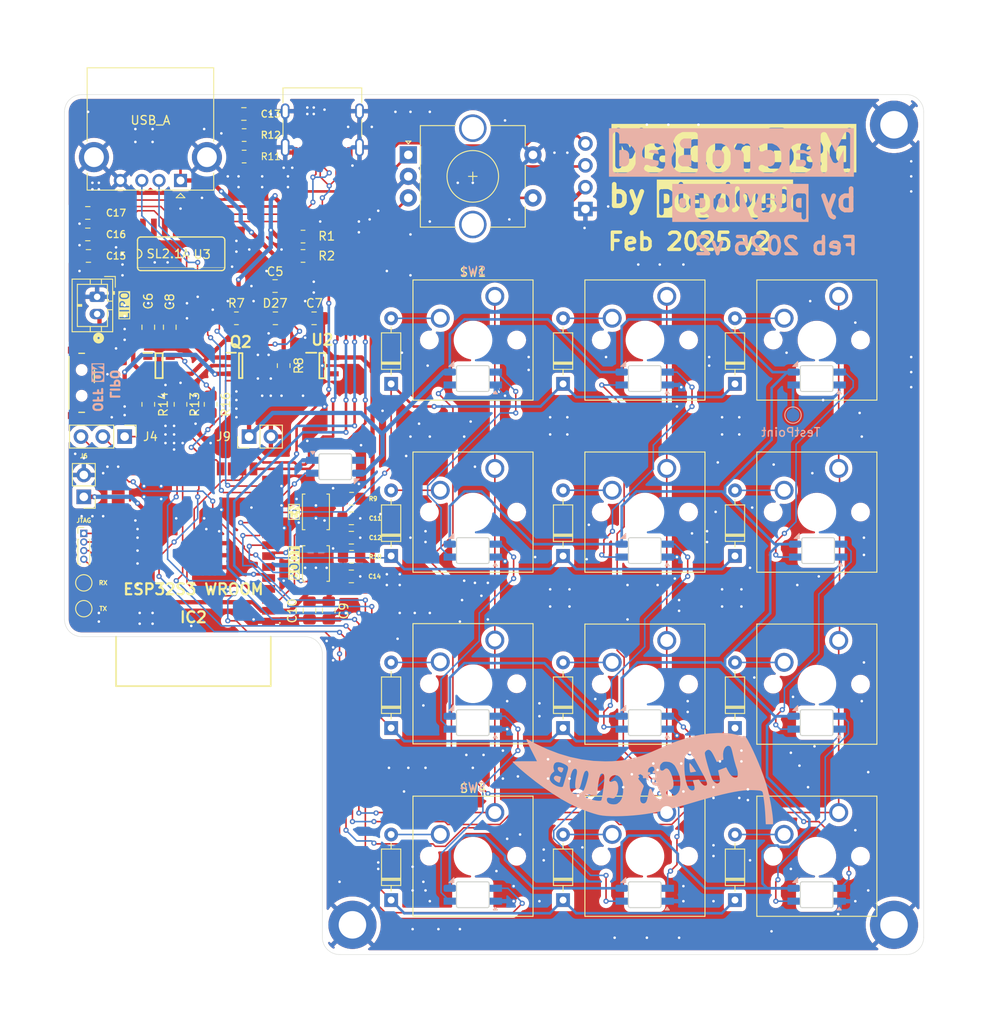
<source format=kicad_pcb>
(kicad_pcb (version 20240108) (generator "pcbnew") (generator_version "8.0")
  (layers (0 "F.Cu" signal) (31 "B.Cu" signal) (34 "B.Paste" user) (35 "F.Paste" user) (36 "B.SilkS" user "B.Silkscreen") (37 "F.SilkS" user "F.Silkscreen") (38 "B.Mask" user) (39 "F.Mask" user) (44 "Edge.Cuts" user))
  (net 0 "")
  (net 1 "VBUS")
  (net 2 "VCC")
  (net 3 "GND")
  (net 4 "Net-(D14-DOUT)")
  (net 5 "Net-(D14-DIN)")
  (net 6 "Net-(D15-DIN)")
  (net 7 "Net-(D16-DIN)")
  (net 8 "/ESP32/EN")
  (net 9 "/ESP32/GPIO_0")
  (net 10 "Net-(U3-VDD18)")
  (net 11 "Net-(D18-DIN)")
  (net 12 "Net-(D18-DOUT)")
  (net 13 "Net-(D19-DIN)")
  (net 14 "Net-(D20-DIN)")
  (net 15 "Net-(U3-VDD33)")
  (net 16 "Net-(D2-A)")
  (net 17 "Net-(D22-DIN)")
  (net 18 "/ESP32/GPIO_18")
  (net 19 "Net-(D23-DIN)")
  (net 20 "Net-(D3-A)")
  (net 21 "Net-(D24-DIN)")
  (net 22 "/ESP32/GPIO_17")
  (net 23 "Net-(D4-A)")
  (net 24 "+BATT")
  (net 25 "/ESP32/GPIO_16")
  (net 26 "Net-(D5-A)")
  (net 27 "/ESP32/GPIO_15")
  (net 29 "Net-(D6-A)")
  (net 30 "Net-(D7-A)")
  (net 31 "Net-(D8-A)")
  (net 32 "Net-(D9-A)")
  (net 33 "Net-(D10-A)")
  (net 35 "Net-(D11-A)")
  (net 36 "Net-(D12-A)")
  (net 37 "Net-(D13-A)")
  (net 38 "/ESP32/GPIO_46")
  (net 39 "Net-(D22-DOUT)")
  (net 41 "/ESP32/NEOPIXEL")
  (net 42 "/ESP32/GPIO_9")
  (net 43 "/ESP32/GPIO_5")
  (net 44 "/ESP32/GPIO_3")
  (net 45 "/ESP32/GPIO_4")
  (net 48 "/ESP32/JTAG_TMS")
  (net 49 "/ESP32/GPIO_6")
  (net 50 "/ESP32/JTAG_TDI")
  (net 51 "/ESP32/GPIO_7")
  (net 53 "/ESP32/GPIO_21")
  (net 54 "/ESP32/JTAG_TDO")
  (net 55 "Net-(IC2-TXD0)")
  (net 56 "/ESP32/GPIO_48")
  (net 57 "/ESP32/USB_D+")
  (net 59 "Net-(IC2-RXD0)")
  (net 60 "/ESP32/GPIO_11")
  (net 61 "/ESP32/GPIO_47")
  (net 62 "/ESP32/GPIO_14")
  (net 63 "/ESP32/USB_D-")
  (net 65 "/ESP32/GPIO_13")
  (net 66 "/ESP32/GPIO_12")
  (net 67 "/ESP32/GPIO_10")
  (net 68 "/ESP32/JTAG_TCK")
  (net 70 "Net-(IC3-PROG)")
  (net 71 "Net-(J2-Pin_2)")
  (net 72 "D+")
  (net 73 "D-")
  (net 74 "Net-(J8-D-)")
  (net 75 "Net-(J8-D+)")
  (net 76 "Net-(U2-CE)")
  (net 77 "+3.3V")
  (net 85 "Net-(J1-CC2)")
  (net 86 "Net-(J1-CC1)")
  (footprint "Button_Switch_Keyboard:SW_Cherry_MX_1.00u_PCB" (layer "F.Cu") (at 220.065 63.445)
    (property "Reference" "SW5" (hide yes))
    (property "Value" "SW_Push" (hide yes))
  )
  (footprint "Rotary_Encoder:RotaryEncoder_Alps_EC11E-Switch_Vertical_H20mm_CircularMountingHoles" (layer "F.Cu") (at 190 47)
    (property "Reference" "SW14" (hide yes))
    (property "Value" "RotaryEncoder_Switch" (hide yes))
  )
  (footprint "Connector_PinHeader_1.00mm:PinHeader_1x04_P1.00mm_Vertical" (layer "F.Cu") (at 152.25 91)
    (property "Reference" "J3" (hide yes))
    (property "Value" "JTAG")
  )
  (footprint "Diode_THT:D_DO-35_SOD27_P7.62mm_Horizontal" (layer "F.Cu") (at 228 93.62 90)
    (property "Reference" "D11" (hide yes))
    (property "Value" "D" (hide yes))
  )
  (footprint "Resistor_SMD:R_0805_2012Metric_Pad1.20x1.40mm_HandSolder" (layer "F.Cu") (at 163.5 76 -90)
    (property "Reference" "R13")
    (property "Value" "100k" (hide yes))
  )
  (footprint "Button_Switch_Keyboard:SW_Cherry_MX_1.00u_PCB" (layer "F.Cu") (at 200.065 63.445)
    (property "Reference" "SW1")
    (property "Value" "SW_Push" (hide yes))
  )
  (footprint "0_downloads:SOT95P240X115-3N" (layer "F.Cu") (at 170.5 71.5)
    (property "Reference" "Q2")
    (property "Value" "CJ2301_S1" (hide yes))
  )
  (footprint "Capacitor_SMD:C_0805_2012Metric_Pad1.18x1.45mm_HandSolder" (layer "F.Cu") (at 178.5 99.9625 -90)
    (property "Reference" "C10")
    (property "Value" "10uF" (hide yes))
  )
  (footprint "SL2.1A:SO16" (layer "F.Cu") (at 163.575 58.5)
    (property "Reference" "U3")
    (property "Value" "SL2.1A")
  )
  (footprint "Resistor_SMD:R_0805_2012Metric_Pad1.20x1.40mm_HandSolder" (layer "F.Cu") (at 177.75 56.5)
    (property "Reference" "R1")
    (property "Value" "5.1k" (hide yes))
  )
  (footprint "Diode_THT:D_DO-35_SOD27_P7.62mm_Horizontal" (layer "F.Cu") (at 188 73.62 90)
    (property "Reference" "D2" (hide yes))
    (property "Value" "D" (hide yes))
  )
  (footprint "Capacitor_SMD:C_0805_2012Metric_Pad1.18x1.45mm_HandSolder" (layer "F.Cu") (at 152.7875 58.75 180)
    (property "Reference" "C15")
    (property "Value" "10uF" (hide yes))
  )
  (footprint "Resistor_SMD:R_0805_2012Metric_Pad1.20x1.40mm_HandSolder" (layer "F.Cu") (at 170 66 180)
    (property "Reference" "R7")
    (property "Value" "100k" (hide yes))
  )
  (footprint "Button_Switch_Keyboard:SW_Cherry_MX_1.00u_PCB" (layer "F.Cu") (at 220.065 83.445)
    (property "Reference" "SW6" (hide yes))
    (property "Value" "SW_Push" (hide yes))
  )
  (footprint "Connector_USB:USB_A_CONNFLY_DS1095-WNR0" (layer "F.Cu") (at 163.5 49.9775 180)
    (property "Reference" "J8" (hide yes))
    (property "Value" "USB_A")
  )
  (footprint "Capacitor_SMD:C_0805_2012Metric_Pad1.18x1.45mm_HandSolder" (layer "F.Cu") (at 152.7125 53.75)
    (property "Reference" "C17")
    (property "Value" "10uF" (hide yes))
  )
  (footprint "Resistor_SMD:R_0805_2012Metric_Pad1.20x1.40mm_HandSolder" (layer "F.Cu") (at 177.75 58.75)
    (property "Reference" "R2")
    (property "Value" "10k" (hide yes))
  )
  (footprint "Button_Switch_SMD:SW_Push_SPST_NO_Alps_SKRK" (layer "F.Cu") (at 179.25 88.5 90)
    (property "Reference" "SW15" (hide yes))
    (property "Value" "SW_Push" (hide yes))
  )
  (footprint "Capacitor_SMD:C_0805_2012Metric_Pad1.18x1.45mm_HandSolder" (layer "F.Cu") (at 152.7125 56.25 180)
    (property "Reference" "C16")
    (property "Value" "10uF" (hide yes))
  )
  (footprint "Button_Switch_Keyboard:SW_Cherry_MX_1.00u_PCB" (layer "F.Cu") (at 200.065 123.445)
    (property "Reference" "SW4")
    (property "Value" "SW_Push" (hide yes))
  )
  (footprint "TestPoint:TestPoint_Pad_D1.5mm" (layer "F.Cu") (at 152.25 99.75)
    (property "Reference" "TP2" (hide yes))
    (property "Value" "TX")
  )
  (footprint "MountingHole:MountingHole_3.2mm_M3_DIN965_Pad" (layer "F.Cu") (at 183.5 136.5)
    (property "Reference" "H5" (hide yes))
    (property "Value" "MountingHole_Pad" (hide yes))
  )
  (footprint "Capacitor_SMD:C_0805_2012Metric_Pad1.18x1.45mm_HandSolder" (layer "F.Cu") (at 179.0375 66)
    (property "Reference" "C7")
    (property "Value" "1uF" (hide yes))
  )
  (footprint "Diode_THT:D_DO-35_SOD27_P7.62mm_Horizontal" (layer "F.Cu") (at 208 73.62 90)
    (property "Reference" "D6" (hide yes))
    (property "Value" "D" (hide yes))
  )
  (footprint "Connector_PinHeader_2.54mm:PinHeader_1x03_P2.54mm_Vertical" (layer "F.Cu") (at 157 79.75 -90)
    (property "Reference" "J4")
    (property "Value" "Conn_01x03" (hide yes))
  )
  (footprint "Resistor_SMD:R_0805_2012Metric_Pad1.20x1.40mm_HandSolder" (layer "F.Cu") (at 170.9 47.2 180)
    (property "Reference" "R11")
    (property "Value" "5.1k" (hide yes))
  )
  (footprint "ScottoKeebs_Components:OLED_128x32" (layer "F.Cu") (at 209 43.5)
    (property "Reference" "J5" (hide yes))
    (property "Value" "OLED_128x32" (hide yes))
  )
  (footprint "Connector_PinHeader_2.54mm:PinHeader_1x02_P2.54mm_Vertical" (layer "F.Cu") (at 171.475 79.75 90)
    (property "Reference" "J9")
    (property "Value" "5V" (hide yes))
  )
  (footprint "Capacitor_SMD:C_0805_2012Metric_Pad1.18x1.45mm_HandSolder" (layer "F.Cu") (at 183.37 89.25)
    (property "Reference" "C11")
    (property "Value" "100nF" (hide yes))
  )
  (footprint "Resistor_SMD:R_0805_2012Metric_Pad1.20x1.40mm_HandSolder" (layer "F.Cu") (at 167 76 -90)
    (property "Reference" "R16")
    (property "Value" "10k" (hide yes))
  )
  (footprint "Button_Switch_Keyboard:SW_Cherry_MX_1.00u_PCB" (layer "F.Cu") (at 240.065 83.445)
    (property "Reference" "SW10" (hide yes))
    (property "Value" "SW_Push" (hide yes))
  )
  (footprint "Button_Switch_Keyboard:SW_Cherry_MX_1.00u_PCB" (layer "F.Cu") (at 220.065 123.445)
    (property "Reference" "SW8" (hide yes))
    (property "Value" "SW_Push" (hide yes))
  )
  (footprint "Connector_USB:USB_C_Receptacle_G-Switch_GT-USB-7010ASV" (layer "F.Cu") (at 180 43 180)
    (property "Reference" "J1" (hide yes))
    (property "Value" "USB_C_Receptacle_USB2.0_16P")
  )
  (footprint "Diode_THT:D_DO-35_SOD27_P7.62mm_Horizontal" (layer "F.Cu") (at 228 113.62 90)
    (property "Reference" "D12" (hide yes))
    (property "Value" "D" (hide yes))
  )
  (footprint "Button_Switch_Keyboard:SW_Cherry_MX_1.00u_PCB" (layer "F.Cu") (at 220.065 103.445)
    (property "Reference" "SW7" (hide yes))
    (property "Value" "SW_Push" (hide yes))
  )
  (footprint "Button_Switch_Keyboard:SW_Cherry_MX_1.00u_PCB" (layer "F.Cu") (at 240.065 103.445)
    (property "Reference" "SW11" (hide yes))
    (property "Value" "SW_Push" (hide yes))
  )
  (footprint "Capacitor_SMD:C_0805_2012Metric_Pad1.18x1.45mm_HandSolder" (layer "F.Cu") (at 170.87 42.25 180)
    (property "Reference" "C13")
    (property "Value" "10uF" (hide yes))
  )
  (footprint "Resistor_SMD:R_0805_2012Metric_Pad1.20x1.40mm_HandSolder" (layer "F.Cu") (at 183.4 93.72 180)
    (property "Reference" "R10")
    (property "Value" "10k" (hide yes))
  )
  (footprint "Capacitor_SMD:C_0805_2012Metric_Pad1.18x1.45mm_HandSolder" (layer "F.Cu") (at 174.5 62.25)
    (property "Reference" "C5")
    (property "Value" "1uF" (hide yes))
  )
  (footprint "Diode_THT:D_DO-35_SOD27_P7.62mm_Horizontal" (layer "F.Cu") (at 228 133.62 90)
    (property "Reference" "D13" (hide yes))
    (property "Value" "D" (hide yes))
  )
  (footprint "Capacitor_SMD:C_0805_2012Metric_Pad1.18x1.45mm_HandSolder" (layer "F.Cu") (at 183.37 91.5)
    (property "Reference" "C12")
    (property "Value" "1uF" (hide yes))
  )
  (footprint "0_downloads:ESP32S3WROOM1N8R2" (layer "F.Cu") (at 165 96 180)
    (property "Reference" "IC2")
    (property "Value" "ESP32-S3-WROOM-1-N8R2" (hide yes))
  )
  (footprint "Resistor_SMD:R_0805_2012Metric_Pad1.20x1.40mm_HandSolder" (layer "F.Cu") (at 170.9 44.7 180)
    (property "Reference" "R12")
    (property "Value" "5.1k" (hide yes))
  )
  (footprint "Diode_THT:D_DO-35_SOD27_P7.62mm_Horizontal" (layer "F.Cu") (at 228 73.62 90)
    (property "Reference" "D10" (hide yes))
    (property "Value" "D" (hide yes))
  )
  (footprint "Diode_THT:D_DO-35_SOD27_P7.62mm_Horizontal" (layer "F.Cu") (at 208 133.62 90)
    (property "Reference" "D9" (hide yes))
    (property "Value" "D" (hide yes))
  )
  (footprint "Diode_THT:D_DO-35_SOD27_P7.62mm_Horizontal" (layer "F.Cu") (at 188 113.62 90)
    (property "Reference" "D4" (hide yes))
    (property "Value" "D" (hide yes))
  )
  (footprint "Diode_THT:D_DO-35_SOD27_P7.62mm_Horizontal" (layer "F.Cu") (at 208 113.62 90)
    (property "Reference" "D8" (hide yes))
    (property "Value" "D" (hide yes))
  )
  (footprint "0_downloads:SOT95P282X145-5N" (layer "F.Cu") (at 180 71.5)
    (property "Reference" "U2")
    (property "Value" "ME6211C33M5" (hide yes))
  )
  (footprint "MountingHole:MountingHole_3.2mm_M3_DIN965_Pad" (layer "F.Cu") (at 246.5 43.5)
    (property "Reference" "H6" (hide yes))
    (property "Value" "MountingHole_Pad" (hide yes))
  )
  (footprint "Resistor_SMD:R_0805_2012Metric_Pad1.20x1.40mm_HandSolder" (layer "F.Cu") (at 175.5 71.5 -90)
    (property "Reference" "R8")
    (property "Value" "100k" (hide yes))
  )
  (footprint "MK-12C02-G020:MK-12C02-G020_GSW" (layer "F.Cu") (at 152 73.4986 -90)
    (property "Reference" "SW17" (hide yes))
    (property "Value" "MK-12C02-G020" (hide yes))
  )
  (footprint "TestPoint:TestPoint_Pad_D1.5mm" (layer "F.Cu") (at 152.25 96.75)
    (property "Reference" "TP1" (hide yes))
    (property "Value" "RX")
  )
  (footprint "Button_Switch_Keyboard:SW_Cherry_MX_1.00u_PCB" (layer "F.Cu") (at 200.065 103.395)
    (property "Reference" "SW3" (hide yes))
    (property "Value" "SW_Push" (hide yes))
  )
  (footprint "Capacitor_SMD:C_0805_2012Metric_Pad1.18x1.45mm_HandSolder" (layer "F.Cu") (at 159.75 67.0375 90)
    (property "Reference" "C6")
    (property "Value" "10uF" (hide yes))
  )
  (footprint "Capacitor_SMD:C_0805_2012Metric_Pad1.18x1.45mm_HandSolder" (layer "F.Cu") (at 183.37 96)
    (property "Reference" "C14")
    (property "Value" "100nF" (hide yes))
  )
  (footprint "Connector_PinHeader_2.54mm:PinHeader_1x02_P2.54mm_Vertical" (layer "F.Cu") (at 152.25 86.75 180)
    (property "Reference" "J6")
    (property "Value" "3.3V" (hide yes))
  )
  (footprint "Connector_JST:JST_PH_B2B-PH-K_1x02_P2.00mm_Vertical" (layer "F.Cu") (at 153.8 63.5 -90)
    (property "Reference" "J2" (hide yes))
    (property "Value" "LIPO")
  )
  (footprint "Resistor_SMD:R_0805_2012Metric_Pad1.20x1.40mm_HandSolder" (layer "F.Cu") (at 159.75 76 90)
    (property "Reference" "R14")
    (property "Value" "100k" (hide yes))
  )
  (footprint "Button_Switch_Keyboard:SW_Cherry_MX_1.00u_PCB" (layer "F.Cu") (at 240.065 63.445)
    (property "Reference" "SW9" (hide yes))
    (property "Value" "SW_Push" (hide yes))
  )
  (footprint "Resistor_SMD:R_0805_2012Metric_Pad1.20x1.40mm_HandSolder" (layer "F.Cu") (at 183.4 86.97 180)
    (property "Reference" "R9")
    (property "Value" "10k" (hide yes))
  )
  (footprint "0_downloads:SOT95P280X100-5N" (layer "F.Cu") (at 161 71.5)
    (property "Reference" "IC3" (hide yes))
    (property "Value" "TP4054" (hide yes))
  )
  (footprint "Diode_THT:D_DO-35_SOD27_P7.62mm_Horizontal" (layer "F.Cu") (at 208 93.62 90)
    (property "Reference" "D7" (hide yes))
    (property "Value" "D" (hide yes))
  )
  (footprint "Capacitor_SMD:C_0805_2012Metric_Pad1.18x1.45mm_HandSolder" (layer "F.Cu") (at 174.5375 66 180)
    (property "Reference" "D27")
    (property "Value" "B5819WS" (hide yes))
  )
  (footprint "Capacitor_SMD:C_0805_2012Metric_Pad1.18x1.45mm_HandSolder" (layer "F.Cu") (at 180.75 99.9625 -90)
    (property "Reference" "C9")
    (property "Value" "100nF" (hide yes))
  )
  (footprint "Capacitor_SMD:C_0805_2012Metric_Pad1.18x1.45mm_HandSolder" (layer "F.Cu") (at 162.25 67.0375 90)
    (property "Reference" "C8")
    (property "Value" "10uF" (hide yes))
  )
  (footprint "Diode_THT:D_DO-35_SOD27_P7.62mm_Horizontal" (layer "F.Cu") (at 188 93.62 90)
    (property "Reference" "D3" (hide yes))
    (property "Value" "D" (hide yes))
  )
  (footprint "Diode_THT:D_DO-35_SOD27_P7.62mm_Horizontal" (layer "F.Cu") (at 188 133.62 90)
    (property "Reference" "D5" (hide yes))
    (property "Value" "D" (hide yes))
  )
  (footprint "Button_Switch_SMD:SW_Push_SPST_NO_Alps_SKRK" (layer "F.Cu") (at 179.25 94.5 90)
    (property "Reference" "SW16" (hide yes))
    (property "Value" "SW_Push" (hide yes))
  )
  (footprint "MountingHole:MountingHole_3.2mm_M3_DIN965_Pad" (layer "F.Cu") (at 246.5 136.5)
    (property "Reference" "H7" (hide yes))
    (property "Value" "MountingHole_Pad" (hide yes))
  )
  (footprint "Button_Switch_Keyboard:SW_Cherry_MX_1.00u_PCB" (layer "F.Cu") (at 200.065 83.445)
    (property "Reference" "SW2" (hide yes))
    (property "Value" "SW_Push" (hide yes))
  )
  (footprint "Button_Switch_Keyboard:SW_Cherry_MX_1.00u_PCB" (layer "F.Cu") (at 240.065 123.445)
    (property "Reference" "SW12" (hide yes))
    (property "Value" "SW_Push" (hide yes))
  )
  (footprint "LOGO" (layer "B.Cu") (at 217.25 119.5 180)
    (property "Reference" "G***")
    (property "Value" "LOGO" (hide yes))
  )
  (footprint "SK6812:SK6812-MINI-E" (layer "B.Cu") (at 197.5 113 180)
    (property "Reference" "D16" (hide yes))
    (property "Value" "SK6812MINI" (hide yes))
    (fp_line (start 1.9 -1.3) (end 1.9 1.3) (stroke (width 0.12)) (layer "Edge.Cuts"))
    (fp_line (start 1.7 1.5) (end -1.7 1.5) (stroke (width 0.12)) (layer "Edge.Cuts"))
    (fp_line (start -1.7 -1.5) (end 1.7 -1.5) (stroke (width 0.12)) (layer "Edge.Cuts"))
    (fp_line (start -1.9 1.3) (end -1.9 -1.3) (stroke (width 0.12)) (layer "Edge.Cuts"))
    (fp_arc (start 1.9 1.3) (mid 1.841421 1.441421) (end 1.7 1.5) (stroke (width 0.12)) (layer "Edge.Cuts"))
    (fp_arc (start 1.7 -1.5) (mid 1.841421 -1.441421) (end 1.9 -1.3) (stroke (width 0.12)) (layer "Edge.Cuts"))
    (fp_arc (start -1.7 1.5) (mid -1.841421 1.441421) (end -1.9 1.3) (stroke (width 0.12)) (layer "Edge.Cuts"))
    (fp_arc (start -1.9 -1.3) (mid -1.841421 -1.441421) (end -1.7 -1.5) (stroke (width 0.12)) (layer "Edge.Cuts"))
  )
  (footprint "SK6812:SK6812-MINI-E" (layer "B.Cu") (at 237.5 113 180)
    (property "Reference" "D24" (hide yes))
    (property "Value" "SK6812MINI" (hide yes))
    (fp_line (start 1.9 -1.3) (end 1.9 1.3) (stroke (width 0.12)) (layer "Edge.Cuts"))
    (fp_line (start 1.7 1.5) (end -1.7 1.5) (stroke (width 0.12)) (layer "Edge.Cuts"))
    (fp_line (start -1.7 -1.5) (end 1.7 -1.5) (stroke (width 0.12)) (layer "Edge.Cuts"))
    (fp_line (start -1.9 1.3) (end -1.9 -1.3) (stroke (width 0.12)) (layer "Edge.Cuts"))
    (fp_arc (start 1.9 1.3) (mid 1.841421 1.441421) (end 1.7 1.5) (stroke (width 0.12)) (layer "Edge.Cuts"))
    (fp_arc (start 1.7 -1.5) (mid 1.841421 -1.441421) (end 1.9 -1.3) (stroke (width 0.12)) (layer "Edge.Cuts"))
    (fp_arc (start -1.7 1.5) (mid -1.841421 1.441421) (end -1.9 1.3) (stroke (width 0.12)) (layer "Edge.Cuts"))
    (fp_arc (start -1.9 -1.3) (mid -1.841421 -1.441421) (end -1.7 -1.5) (stroke (width 0.12)) (layer "Edge.Cuts"))
  )
  (footprint "SK6812:SK6812-MINI-E" (layer "B.Cu") (at 217.5 113 180)
    (property "Reference" "D20" (hide yes))
    (property "Value" "SK6812MINI" (hide yes))
    (fp_line (start 1.9 -1.3) (end 1.9 1.3) (stroke (width 0.12)) (layer "Edge.Cuts"))
    (fp_line (start 1.7 1.5) (end -1.7 1.5) (stroke (width 0.12)) (layer "Edge.Cuts"))
    (fp_line (start -1.7 -1.5) (end 1.7 -1.5) (stroke (width 0.12)) (layer "Edge.Cuts"))
    (fp_line (start -1.9 1.3) (end -1.9 -1.3) (stroke (width 0.12)) (layer "Edge.Cuts"))
    (fp_arc (start 1.9 1.3) (mid 1.841421 1.441421) (end 1.7 1.5) (stroke (width 0.12)) (layer "Edge.Cuts"))
    (fp_arc (start 1.7 -1.5) (mid 1.841421 -1.441421) (end 1.9 -1.3) (stroke (width 0.12)) (layer "Edge.Cuts"))
    (fp_arc (start -1.7 1.5) (mid -1.841421 1.441421) (end -1.9 1.3) (stroke (width 0.12)) (layer "Edge.Cuts"))
    (fp_arc (start -1.9 -1.3) (mid -1.841421 -1.441421) (end -1.7 -1.5) (stroke (width 0.12)) (layer "Edge.Cuts"))
  )
  (footprint "TestPoint:TestPoint_Pad_D1.5mm" (layer "B.Cu") (at 234.75 77.25 180)
    (property "Reference" "TP3" (hide yes))
    (property "Value" "TestPoint")
  )
  (footprint "SK6812:SK6812-MINI-E" (layer "B.Cu") (at 197.5 93 180)
    (property "Reference" "D15" (hide yes))
    (property "Value" "SK6812MINI" (hide yes))
    (fp_line (start 1.9 -1.3) (end 1.9 1.3) (stroke (width 0.12)) (layer "Edge.Cuts"))
    (fp_line (start 1.7 1.5) (end -1.7 1.5) (stroke (width 0.12)) (layer "Edge.Cuts"))
    (fp_line (start -1.7 -1.5) (end 1.7 -1.5) (stroke (width 0.12)) (layer "Edge.Cuts"))
    (fp_line (start -1.9 1.3) (end -1.9 -1.3) (stroke (width 0.12)) (layer "Edge.Cuts"))
    (fp_arc (start 1.9 1.3) (mid 1.841421 1.441421) (end 1.7 1.5) (stroke (width 0.12)) (layer "Edge.Cuts"))
    (fp_arc (start 1.7 -1.5) (mid 1.841421 -1.441421) (end 1.9 -1.3) (stroke (width 0.12)) (layer "Edge.Cuts"))
    (fp_arc (start -1.7 1.5) (mid -1.841421 1.441421) (end -1.9 1.3) (stroke (width 0.12)) (layer "Edge.Cuts"))
    (fp_arc (start -1.9 -1.3) (mid -1.841421 -1.441421) (end -1.7 -1.5) (stroke (width 0.12)) (layer "Edge.Cuts"))
  )
  (footprint "SK6812:SK6812-MINI-E" (layer "B.Cu") (at 197.5 73 180)
    (property "Reference" "D14" (hide yes))
    (property "Value" "SK6812MINI" (hide yes))
    (fp_line (start 1.9 -1.3) (end 1.9 1.3) (stroke (width 0.12)) (layer "Edge.Cuts"))
    (fp_line (start 1.7 1.5) (end -1.7 1.5) (stroke (width 0.12)) (layer "Edge.Cuts"))
    (fp_line (start -1.7 -1.5) (end 1.7 -1.5) (stroke (width 0.12)) (layer "Edge.Cuts"))
    (fp_line (start -1.9 1.3) (end -1.9 -1.3) (stroke (width 0.12)) (layer "Edge.Cuts"))
    (fp_arc (start 1.9 1.3) (mid 1.841421 1.441421) (end 1.7 1.5) (stroke (width 0.12)) (layer "Edge.Cuts"))
    (fp_arc (start 1.7 -1.5) (mid 1.841421 -1.441421) (end 1.9 -1.3) (stroke (width 0.12)) (layer "Edge.Cuts"))
    (fp_arc (start -1.7 1.5) (mid -1.841421 1.441421) (end -1.9 1.3) (stroke (width 0.12)) (layer "Edge.Cuts"))
    (fp_arc (start -1.9 -1.3) (mid -1.841421 -1.441421) (end -1.7 -1.5) (stroke (width 0.12)) (layer "Edge.Cuts"))
  )
  (footprint "SK6812:SK6812-MINI-E" (layer "B.Cu") (at 181.5 83.25)
    (property "Reference" "D26" (hide yes))
    (property "Value" "SK6812MINI" (hide yes))
    (fp_line (start -1.9 1.3) (end -1.9 -1.3) (stroke (width 0.12)) (layer "Edge.Cuts"))
    (fp_line (start -1.7 -1.5) (end 1.7 -1.5) (stroke (width 0.12)) (layer "Edge.Cuts"))
    (fp_line (start 1.7 1.5) (end -1.7 1.5) (stroke (width 0.12)) (layer "Edge.Cuts"))
    (fp_line (start 1.9 -1.3) (end 1.9 1.3) (stroke (width 0.12)) (layer "Edge.Cuts"))
    (fp_arc (start -1.9 -1.3) (mid -1.841421 -1.441421) (end -1.7 -1.5) (stroke (width 0.12)) (layer "Edge.Cuts"))
    (fp_arc (start -1.7 1.5) (mid -1.841421 1.441421) (end -1.9 1.3) (stroke (width 0.12)) (layer "Edge.Cuts"))
    (fp_arc (start 1.7 -1.5) (mid 1.841421 -1.441421) (end 1.9 -1.3) (stroke (width 0.12)) (layer "Edge.Cuts"))
    (fp_arc (start 1.9 1.3) (mid 1.841421 1.441421) (end 1.7 1.5) (stroke (width 0.12)) (layer "Edge.Cuts"))
  )
  (footprint "SK6812:SK6812-MINI-E" (layer "B.Cu") (at 217.5 93 180)
    (property "Reference" "D19" (hide yes))
    (property "Value" "SK6812MINI" (hide yes))
    (fp_line (start 1.9 -1.3) (end 1.9 1.3) (stroke (width 0.12)) (layer "Edge.Cuts"))
    (fp_line (start 1.7 1.5) (end -1.7 1.5) (stroke (width 0.12)) (layer "Edge.Cuts"))
    (fp_line (start -1.7 -1.5) (end 1.7 -1.5) (stroke (width 0.12)) (layer "Edge.Cuts"))
    (fp_line (start -1.9 1.3) (end -1.9 -1.3) (stroke (width 0.12)) (layer "Edge.Cuts"))
    (fp_arc (start 1.9 1.3) (mid 1.841421 1.441421) (end 1.7 1.5) (stroke (width 0.12)) (layer "Edge.Cuts"))
    (fp_arc (start 1.7 -1.5) (mid 1.841421 -1.441421) (end 1.9 -1.3) (stroke (width 0.12)) (layer "Edge.Cuts"))
    (fp_arc (start -1.7 1.5) (mid -1.841421 1.441421) (end -1.9 1.3) (stroke (width 0.12)) (layer "Edge.Cuts"))
    (fp_arc (start -1.9 -1.3) (mid -1.841421 -1.441421) (end -1.7 -1.5) (stroke (width 0.12)) (layer "Edge.Cuts"))
  )
  (footprint "SK6812:SK6812-MINI-E" (layer "B.Cu") (at 237.5 133 180)
    (property "Reference" "D25" (hide yes))
    (property "Value" "SK6812MINI" (hide yes))
    (fp_line (start 1.9 -1.3) (end 1.9 1.3) (stroke (width 0.12)) (layer "Edge.Cuts"))
    (fp_line (start 1.7 1.5) (end -1.7 1.5) (stroke (width 0.12)) (layer "Edge.Cuts"))
    (fp_line (start -1.7 -1.5) (end 1.7 -1.5) (stroke (width 0.12)) (layer "Edge.Cuts"))
    (fp_line (start -1.9 1.3) (end -1.9 -1.3) (stroke (width 0.12)) (layer "Edge.Cuts"))
    (fp_arc (start 1.9 1.3) (mid 1.841421 1.441421) (end 1.7 1.5) (stroke (width 0.12)) (layer "Edge.Cuts"))
    (fp_arc (start 1.7 -1.5) (mid 1.841421 -1.441421) (end 1.9 -1.3) (stroke (width 0.12)) (layer "Edge.Cuts"))
    (fp_arc (start -1.7 1.5) (mid -1.841421 1.441421) (end -1.9 1.3) (stroke (width 0.12)) (layer "Edge.Cuts"))
    (fp_arc (start -1.9 -1.3) (mid -1.841421 -1.441421) (end -1.7 -1.5) (stroke (width 0.12)) (layer "Edge.Cuts"))
  )
  (footprint "SK6812:SK6812-MINI-E" (layer "B.Cu") (at 217.5 133 180)
    (property "Reference" "D21" (hide yes))
    (property "Value" "SK6812MINI" (hide yes))
    (fp_line (start 1.9 -1.3) (end 1.9 1.3) (stroke (width 0.12)) (layer "Edge.Cuts"))
    (fp_line (start 1.7 1.5) (end -1.7 1.5) (stroke (width 0.12)) (layer "Edge.Cuts"))
    (fp_line (start -1.7 -1.5) (end 1.7 -1.5) (stroke (width 0.12)) (layer "Edge.Cuts"))
    (fp_line (start -1.9 1.3) (end -1.9 -1.3) (stroke (width 0.12)) (layer "Edge.Cuts"))
    (fp_arc (start 1.9 1.3) (mid 1.841421 1.441421) (end 1.7 1.5) (stroke (width 0.12)) (layer "Edge.Cuts"))
    (fp_arc (start 1.7 -1.5) (mid 1.841421 -1.441421) (end 1.9 -1.3) (stroke (width 0.12)) (layer "Edge.Cuts"))
    (fp_arc (start -1.7 1.5) (mid -1.841421 1.441421) (end -1.9 1.3) (stroke (width 0.12)) (layer "Edge.Cuts"))
    (fp_arc (start -1.9 -1.3) (mid -1.841421 -1.441421) (end -1.7 -1.5) (stroke (width 0.12)) (layer "Edge.Cuts"))
  )
  (footprint "SK6812:SK6812-MINI-E" (layer "B.Cu") (at 197.5 133 180)
    (property "Reference" "D17" (hide yes))
    (property "Value" "SK6812MINI" (hide yes))
    (fp_line (start 1.9 -1.3) (end 1.9 1.3) (stroke (width 0.12)) (layer "Edge.Cuts"))
    (fp_line (start 1.7 1.5) (end -1.7 1.5) (stroke (width 0.12)) (layer "Edge.Cuts"))
    (fp_line (start -1.7 -1.5) (end 1.7 -1.5) (stroke (width 0.12)) (layer "Edge.Cuts"))
    (fp_line (start -1.9 1.3) (end -1.9 -1.3) (stroke (width 0.12)) (layer "Edge.Cuts"))
    (fp_arc (start 1.9 1.3) (mid 1.841421 1.441421) (end 1.7 1.5) (stroke (width 0.12)) (layer "Edge.Cuts"))
    (fp_arc (start 1.7 -1.5) (mid 1.841421 -1.441421) (end 1.9 -1.3) (stroke (width 0.12)) (layer "Edge.Cuts"))
    (fp_arc (start -1.7 1.5) (mid -1.841421 1.441421) (end -1.9 1.3) (stroke (width 0.12)) (layer "Edge.Cuts"))
    (fp_arc (start -1.9 -1.3) (mid -1.841421 -1.441421) (end -1.7 -1.5) (stroke (width 0.12)) (layer "Edge.Cuts"))
  )
  (footprint "SK6812:SK6812-MINI-E" (layer "B.Cu") (at 237.675 93 180)
    (property "Reference" "D23" (hide yes))
    (property "Value" "SK6812MINI" (hide yes))
    (fp_line (start 1.9 -1.3) (end 1.9 1.3) (stroke (width 0.12)) (layer "Edge.Cuts"))
    (fp_line (start 1.7 1.5) (end -1.7 1.5) (stroke (width 0.12)) (layer "Edge.Cuts"))
    (fp_line (start -1.7 -1.5) (end 1.7 -1.5) (stroke (width 0.12)) (layer "Edge.Cuts"))
    (fp_line (start -1.9 1.3) (end -1.9 -1.3) (stroke (width 0.12)) (layer "Edge.Cuts"))
    (fp_arc (start 1.9 1.3) (mid 1.841421 1.441421) (end 1.7 1.5) (stroke (width 0.12)) (layer "Edge.Cuts"))
    (fp_arc (start 1.7 -1.5) (mid 1.841421 -1.441421) (end 1.9 -1.3) (stroke (width 0.12)) (layer "Edge.Cuts"))
    (fp_arc (start -1.7 1.5) (mid -1.841421 1.441421) (end -1.9 1.3) (stroke (width 0.12)) (layer "Edge.Cuts"))
    (fp_arc (start -1.9 -1.3) (mid -1.841421 -1.441421) (end -1.7 -1.5) (stroke (width 0.12)) (layer "Edge.Cuts"))
  )
  (footprint "SK6812:SK6812-MINI-E" (layer "B.Cu") (at 237.5 73 180)
    (property "Reference" "D22" (hide yes))
    (property "Value" "SK6812MINI" (hide yes))
    (fp_line (start 1.9 -1.3) (end 1.9 1.3) (stroke (width 0.12)) (layer "Edge.Cuts"))
    (fp_line (start 1.7 1.5) (end -1.7 1.5) (stroke (width 0.12)) (layer "Edge.Cuts"))
    (fp_line (start -1.7 -1.5) (end 1.7 -1.5) (stroke (width 0.12)) (layer "Edge.Cuts"))
    (fp_line (start -1.9 1.3) (end -1.9 -1.3) (stroke (width 0.12)) (layer "Edge.Cuts"))
    (fp_arc (start 1.9 1.3) (mid 1.841421 1.441421) (end 1.7 1.5) (stroke (width 0.12)) (layer "Edge.Cuts"))
    (fp_arc (start 1.7 -1.5) (mid 1.841421 -1.441421) (end 1.9 -1.3) (stroke (width 0.12)) (layer "Edge.Cuts"))
    (fp_arc (start -1.7 1.5) (mid -1.841421 1.441421) (end -1.9 1.3) (stroke (width 0.12)) (layer "Edge.Cuts"))
    (fp_arc (start -1.9 -1.3) (mid -1.841421 -1.441421) (end -1.7 -1.5) (stroke (width 0.12)) (layer "Edge.Cuts"))
  )
  (footprint "SK6812:SK6812-MINI-E" (layer "B.Cu") (at 217.5 73 180)
    (property "Reference" "D18" (hide yes))
    (property "Value" "SK6812MINI" (hide yes))
    (fp_line (start 1.9 -1.3) (end 1.9 1.3) (stroke (width 0.12)) (layer "Edge.Cuts"))
    (fp_line (start 1.7 1.5) (end -1.7 1.5) (stroke (width 0.12)) (layer "Edge.Cuts"))
    (fp_line (start -1.7 -1.5) (end 1.7 -1.5) (stroke (width 0.12)) (layer "Edge.Cuts"))
    (fp_line (start -1.9 1.3) (end -1.9 -1.3) (stroke (width 0.12)) (layer "Edge.Cuts"))
    (fp_arc (start 1.9 1.3) (mid 1.841421 1.441421) (end 1.7 1.5) (stroke (width 0.12)) (layer "Edge.Cuts"))
    (fp_arc (start 1.7 -1.5) (mid 1.841421 -1.441421) (end 1.9 -1.3) (stroke (width 0.12)) (layer "Edge.Cuts"))
    (fp_arc (start -1.7 1.5) (mid -1.841421 1.441421) (end -1.9 1.3) (stroke (width 0.12)) (layer "Edge.Cuts"))
    (fp_arc (start -1.9 -1.3) (mid -1.841421 -1.441421) (end -1.7 -1.5) (stroke (width 0.12)) (layer "Edge.Cuts"))
  )
  (gr_line (start 150 101) (end 150 42) (stroke (width 0.05)) (layer "Edge.Cuts"))
  (gr_line (start 249.95 137.95) (end 249.95 42) (stroke (width 0.05)) (layer "Edge.Cuts"))
  (gr_arc (start 178 103) (mid 179.414214 103.585786) (end 180 105) (stroke (width 0.05)) (layer "Edge.Cuts"))
  (gr_arc (start 182 139.95) (mid 180.585786 139.364214) (end 180 137.95) (stroke (width 0.05)) (layer "Edge.Cuts"))
  (gr_line (start 178 103) (end 152 103) (stroke (width 0.05)) (layer "Edge.Cuts"))
  (gr_arc (start 152 103) (mid 150.585786 102.414214) (end 150 101) (stroke (width 0.05)) (layer "Edge.Cuts"))
  (gr_line (start 180 137.95) (end 180 105) (stroke (width 0.05)) (layer "Edge.Cuts"))
  (gr_line (start 182 139.95) (end 247.95 139.95) (stroke (width 0.05)) (layer "Edge.Cuts"))
  (gr_arc (start 249.95 137.95) (mid 249.364214 139.364214) (end 247.95 139.95) (stroke (width 0.05)) (layer "Edge.Cuts"))
  (gr_arc (start 247.95 40) (mid 249.364214 40.585786) (end 249.95 42) (stroke (width 0.05)) (layer "Edge.Cuts"))
  (gr_line (start 247.95 40) (end 152 40) (stroke (width 0.05)) (layer "Edge.Cuts"))
  (gr_arc (start 150 42) (mid 150.585786 40.585786) (end 152 40) (stroke (width 0.05)) (layer "Edge.Cuts"))
  (gr_text "LIPO" (at 155.25 75.5 270) (layer "B.SilkS") (effects (font (size 1 1) (thickness 0.25) (bold yes)) (justify left bottom mirror)))
  (gr_text "by" (at 242.461904 53.75 -0) (layer "B.SilkS") (effects (font (size 2.5 2.5) (thickness 0.54) (bold yes)) (justify left bottom mirror)))
  (gr_text "ON\n" (at 153.25 73.5 270) (layer "B.SilkS" knockout) (effects (font (size 1 1) (thickness 0.25) (bold yes)) (justify left bottom mirror)))
  (gr_text "OFF" (at 153.25 77 270) (layer "B.SilkS") (effects (font (size 1 1) (thickness 0.25) (bold yes)) (justify left bottom mirror)))
  (gr_text "SW1" (at 197.5 60.5 -0) (layer "B.SilkS") (effects (font (size 1 1)) (justify mirror)))
  (gr_text "v2" (at 227 58.75 -0) (layer "B.SilkS") (effects (font (size 2 2) (thickness 0.4) (bold yes)) (justify left bottom mirror)))
  (gr_text "MacroBed" (at 242.461904 49.25 -0) (layer "B.SilkS" knockout) (effects (font (size 4 4) (thickness 0.75) (bold yes)) (justify left bottom mirror)))
  (gr_text "SW4" (at 197.5 120.5 -0) (layer "B.SilkS") (effects (font (size 1 1)) (justify mirror)))
  (gr_text "playlogo" (at 236.961904 53.75 -0) (layer "B.SilkS" knockout) (effects (font (size 2.5 2.5) (thickness 0.54) (bold yes)) (justify left bottom mirror)))
  (gr_text "Feb 2025" (at 242.461904 58.75 -0) (layer "B.SilkS") (effects (font (size 2 2) (thickness 0.4) (bold yes)) (justify left bottom mirror)))
  (gr_text "MacroBed" (at 213 48.75 0) (layer "F.SilkS" knockout) (effects (font (size 4 4) (thickness 0.75) (bold yes)) (justify left bottom)))
  (gr_text "playlogo" (at 218.5 53.25 0) (layer "F.SilkS" knockout) (effects (font (size 2.5 2.5) (thickness 0.54) (bold yes)) (justify left bottom)))
  (gr_text "Feb 2025" (at 213 58.25 0) (layer "F.SilkS") (effects (font (size 2 2) (thickness 0.4) (bold yes)) (justify left bottom)))
  (gr_text "by" (at 213 53.25 0) (layer "F.SilkS") (effects (font (size 2.5 2.5) (thickness 0.54) (bold yes)) (justify left bottom)))
  (gr_text "v2" (at 228.5 58.25 0) (layer "F.SilkS") (effects (font (size 2 2) (thickness 0.4) (bold yes)) (justify left bottom)))
  (segment (start 168.75 68.5) (end 171 66.25) (width 0.5) (layer "F.Cu") (net 1))
  (segment (start 175.75 53) (end 177.5 51.25) (width 0.3) (layer "F.Cu") (net 1))
  (segment (start 167 70.55) (end 169.4 70.55) (width 0.5) (layer "F.Cu") (net 1))
  (segment (start 171.25 68.5) (end 173.5 66.25) (width 0.5) (layer "F.Cu") (net 1))
  (segment (start 165.48 53.23) (end 165.48 55.4266) (width 0.18) (layer "F.Cu") (net 1))
  (segment (start 166.55 70.55) (end 164.075 68.075) (width 0.5) (layer "F.Cu") (net 1))
  (segment (start 153.75 53.75) (end 155.25 52.25) (width 0.18) (layer "F.Cu") (net 1))
  (segment (start 170.25 65.25) (end 171 66) (width 0.5) (layer "F.Cu") (net 1))
  (segment (start 173.5 66.25) (end 173.5 66) (width 0.3) (layer "F.Cu") (net 1))
  (segment (start 166.7 70.55) (end 167 70.55) (width 0.5) (layer "F.Cu") (net 1))
  (segment (start 177.6 51.15) (end 177.6 46.725) (width 0.3) (layer "F.Cu") (net 1))
  (segment (start 168.75 68.5) (end 171.25 68.5) (width 0.5) (layer "F.Cu") (net 1))
  (segment (start 164.8 72.45) (end 166.7 70.55) (width 0.5) (layer "F.Cu") (net 1))
  (segment (start 177.5 51.25) (end 181.5 51.25) (width 0.3) (layer "F.Cu") (net 1))
  (segment (start 181.5 51.25) (end 182.4 50.35) (width 0.3) (layer "F.Cu") (net 1))
  (segment (start 171 66.25) (end 171 66) (width 0.3) (layer "F.Cu") (net 1))
  (segment (start 174.5 52) (end 174.5 51.75) (width 0.5) (layer "F.Cu") (net 1))
  (segment (start 167 70.55) (end 166.55 70.55) (width 0.3) (layer "F.Cu") (net 1))
  (segment (start 164.075 68.075) (end 162.25 68.075) (width 0.5) (layer "F.Cu") (net 1))
  (segment (start 182.4 50.35) (end 182.4 46.725) (width 0.3) (layer "F.Cu") (net 1))
  (segment (start 155.25 52.25) (end 164.5 52.25) (width 0.18) (layer "F.Cu") (net 1))
  (segment (start 167 53) (end 175.5 53) (width 0.3) (layer "F.Cu") (net 1))
  (segment (start 165.48 55.4266) (end 165.48 54.52) (width 0.3) (layer "F.Cu") (net 1))
  (segment (start 164.5 52.25) (end 165.48 53.23) (width 0.18) (layer "F.Cu") (net 1))
  (segment (start 176.75 56.5) (end 174.75 56.5) (width 0.5) (layer "F.Cu") (net 1))
  (segment (start 162.3 72.45) (end 164.8 72.45) (width 0.5) (layer "F.Cu") (net 1))
  (segment (start 175.5 53) (end 175.75 53) (width 0.3) (layer "F.Cu") (net 1))
  (segment (start 175.5 53) (end 174.5 52) (width 0.5) (layer "F.Cu") (net 1))
  (segment (start 165.48 54.52) (end 167 53) (width 0.3) (layer "F.Cu") (net 1))
  (segment (start 166.7 70.55) (end 168.75 68.5) (width 0.5) (layer "F.Cu") (net 1))
  (segment (start 177.5 51.25) (end 177.6 51.15) (width 0.3) (layer "F.Cu") (net 1))
  (segment (start 174.75 56.5) (end 174 55.75) (width 0.5) (layer "F.Cu") (net 1))
  (segment (start 170.25 61.5) (end 170.25 65.25) (width 0.5) (layer "F.Cu") (net 1))
  (via (at 174.5 51.75) (size 0.6) (drill 0.3) (layers "F.Cu" "B.Cu") (net 1))
  (via (at 174 55.75) (size 0.6) (drill 0.3) (layers "F.Cu" "B.Cu") (net 1))
  (via (at 170.25 61.5) (size 0.6) (drill 0.3) (layers "F.Cu" "B.Cu") (net 1))
  (segment (start 174 52.25) (end 174 55.75) (width 0.5) (layer "B.Cu") (net 1))
  (segment (start 174 57.75) (end 170.25 61.5) (width 0.5) (layer "B.Cu") (net 1))
  (segment (start 174.5 51.75) (end 174 52.25) (width 0.5) (layer "B.Cu") (net 1))
  (segment (start 174 55.75) (end 174 57.75) (width 0.5) (layer "B.Cu") (net 1))
  (segment (start 175.5375 62.25) (end 175.5375 59.7875) (width 0.5) (layer "F.Cu") (net 2))
  (segment (start 166.9775 49.9775) (end 163.5 49.9775) (width 0.5) (layer "F.Cu") (net 2))
  (segment (start 169.8325 42.25) (end 165.5 42.25) (width 0.3) (layer "F.Cu") (net 2))
  (segment (start 175.575 66) (end 175.575 62.2875) (width 0.5) (layer "F.Cu") (net 2))
  (segment (start 175.5375 59.7875) (end 171.75 56) (width 0.5) (layer "F.Cu") (net 2))
  (segment (start 171.6 71.5) (end 174.5 71.5) (width 0.5) (layer "F.Cu") (net 2))
  (segment (start 168.25 51.25) (end 166.9775 49.9775) (width 0.5) (layer "F.Cu") (net 2))
  (segment (start 175.5 66.075) (end 175.575 66) (width 0.5) (layer "F.Cu") (net 2))
  (segment (start 175.5 70.5) (end 178.65 70.5) (width 0.5) (layer "F.Cu") (net 2))
  (segment (start 163.5 44.25) (end 163.5 49.9775) (width 0.3) (layer "F.Cu") (net 2))
  (segment (start 171.475 71.625) (end 171.6 71.5) (width 0.5) (layer "F.Cu") (net 2))
  (segment (start 171.475 79.75) (end 171.475 71.625) (width 0.5) (layer "F.Cu") (net 2))
  (segment (start 175.575 62.2875) (end 175.5375 62.25) (width 0.5) (layer "F.Cu") (net 2))
  (segment (start 178.65 70.5) (end 178.7 70.55) (width 0.5) (layer "F.Cu") (net 2))
  (segment (start 175.5 70.5) (end 175.5 66.075) (width 0.5) (layer "F.Cu") (net 2))
  (segment (start 174.5 71.5) (end 175.5 70.5) (width 0.5) (layer "F.Cu") (net 2))
  (segment (start 165.5 42.25) (end 163.5 44.25) (width 0.3) (layer "F.Cu") (net 2))
  (via (at 171.75 56) (size 0.6) (drill 0.3) (layers "F.Cu" "B.Cu") (net 2))
  (via (at 168.25 51.25) (size 0.6) (drill 0.3) (layers "F.Cu" "B.Cu") (net 2))
  (segment (start 187 79.5) (end 187 79.35) (width 0.5) (layer "B.Cu") (net 2))
  (segment (start 196.530887 126.125) (end 198.875 126.125) (width 0.3) (layer "B.Cu") (net 2))
  (segment (start 206.248654 66.125) (end 212.373654 72.25) (width 0.3) (layer "B.Cu") (net 2))
  (segment (start 234.31561 127.435) (end 233.122767 127.435) (width 0.3) (layer "B.Cu") (net 2))
  (segment (start 194.825 107.780887) (end 196.530887 106.075) (width 0.3) (layer "B.Cu") (net 2))
  (segment (start 171.75 56) (end 170.5 54.75) (width 0.5) (layer "B.Cu") (net 2))
  (segment (start 194.825 92.25) (end 194.825 87.830887) (width 0.3) (layer "B.Cu") (net 2))
  (segment (start 215.62561 66.125) (end 226.248654 66.125) (width 0.3) (layer "B.Cu") (net 2))
  (segment (start 232.962767 127.275) (end 231.927233 127.275) (width 0.3) (layer "B.Cu") (net 2))
  (segment (start 194.825 67.830887) (end 196.530887 66.125) (width 0.3) (layer "B.Cu") (net 2))
  (segment (start 233.080761 92.25) (end 232.1 93.230761) (width 0.3) (layer "B.Cu") (net 2))
  (segment (start 221.355 129.105) (end 224.5 132.25) (width 0.3) (layer "B.Cu") (net 2))
  (segment (start 194.1 72.25) (end 194.825 72.25) (width 0.5) (layer "B.Cu") (net 2))
  (segment (start 226.85 105.523654) (end 226.85 106.476346) (width 0.3) (layer "B.Cu") (net 2))
  (segment (start 231.195 128.007233) (end 231.195 131.695) (width 0.3) (layer "B.Cu") (net 2))
  (segment (start 214.825 132.25) (end 214.825 126.92561) (width 0.3) (layer "B.Cu") (net 2))
  (segment (start 171.475 79.75) (end 174.225 77) (width 0.5) (layer "B.Cu") (net 2))
  (segment (start 199.925 87.530887) (end 199.925 87.612767) (width 0.3) (layer "B.Cu") (net 2))
  (segment (start 226.498654 86.125) (end 232.623654 92.25) (width 0.3) (layer "B.Cu") (net 2))
  (segment (start 226.85 85.523654) (end 226.85 86.476346) (width 0.3) (layer "B.Cu") (net 2))
  (segment (start 205.825 106.075) (end 212 112.25) (width 0.3) (layer "B.Cu") (net 2))
  (segment (start 194.825 127.830887) (end 196.530887 126.125) (width 0.3) (layer "B.Cu") (net 2))
  (segment (start 234.825 112.25) (end 232.830761 112.25) (width 0.3) (layer "B.Cu") (net 2))
  (segment (start 214.825 87.830887) (end 216.530887 86.125) (width 0.3) (layer "B.Cu") (net 2))
  (segment (start 231.927233 127.275) (end 231.195 128.007233) (width 0.3) (layer "B.Cu") (net 2))
  (segment (start 198.875 126.125) (end 201.25 128.5) (width 0.3) (layer "B.Cu") (net 2))
  (segment (start 214.825 92.25) (end 214.825 87.830887) (width 0.3) (layer "B.Cu") (net 2))
  (segment (start 232.1 100.273654) (end 226.85 105.523654) (width 0.3) (layer "B.Cu") (net 2))
  (segment (start 231.195 131.695) (end 231.75 132.25) (width 0.3) (layer "B.Cu") (net 2))
  (segment (start 170.5 53.5) (end 168.25 51.25) (width 0.5) (layer "B.Cu") (net 2))
  (segment (start 170.5 54.75) (end 170.5 53.5) (width 0.5) (layer "B.Cu") (net 2))
  (segment (start 226.248654 66.125) (end 232.373654 72.25) (width 0.3) (layer "B.Cu") (net 2))
  (segment (start 174.225 77) (end 184.5 77) (width 0.5) (layer "B.Cu") (net 2))
  (segment (start 226.373654 106) (end 232.623654 112.25) (width 0.3) (layer "B.Cu") (net 2))
  (segment (start 221.355 128.25) (end 221.355 129.105) (width 0.3) (layer "B.Cu") (net 2))
  (segment (start 219.23 126.125) (end 221.355 128.25) (width 0.3) (layer "B.Cu") (net 2))
  (segment (start 231.729239 119.31) (end 236.65 124.230761) (width 0.3) (layer "B.Cu") (net 2))
  (segment (start 187 79.35) (end 194.1 72.25) (width 0.5) (layer "B.Cu") (net 2))
  (segment (start 214.825 72.25) (end 214.825 66.92561) (width 0.3) (layer "B.Cu") (net 2))
  (segment (start 214.825 107.830887) (end 216.655887 106) (width 0.3) (layer "B.Cu") (net 2))
  (segment (start 194.825 72.25) (end 194.825 67.830887) (width 0.3) (layer "B.Cu") (net 2))
  (segment (start 232.623654 112.25) (end 234.825 112.25) (width 0.3) (layer "B.Cu") (net 2))
  (segment (start 214.825 66.92561) (end 215.62561 66.125) (width 0.3) (layer "B.Cu") (net 2))
  (segment (start 232.265 74.085) (end 232.265 80.108654) (width 0.3) (layer "B.Cu") (net 2))
  (segment (start 184.9 84) (end 184.175 84) (width 0.5) (layer "B.Cu") (net 2))
  (segment (start 236.65 125.10061) (end 234.31561 127.435) (width 0.3) (layer "B.Cu") (net 2))
  (segment (start 187 79.5) (end 187 81.9) (width 0.5) (layer "B.Cu") (net 2))
  (segment (start 233.122767 127.435) (end 232.962767 127.275) (width 0.3) (layer "B.Cu") (net 2))
  (segment (start 194.825 112.25) (end 194.825 107.780887) (width 0.3) (layer "B.Cu") (net 2))
  (segment (start 184.5 77) (end 187 79.5) (width 0.5) (layer "B.Cu") (net 2))
  (segment (start 196.530887 86.125) (end 198.519113 86.125) (width 0.3) (layer "B.Cu") (net 2))
  (segment (start 199.925 87.612767) (end 204.562233 92.25) (width 0.3) (layer "B.Cu") (net 2))
  (segment (start 214.825 126.92561) (end 215.62561 126.125) (width 0.3) (layer "B.Cu") (net 2))
  (segment (start 224.5 132.25) (end 234.825 132.25) (width 0.3) (layer "B.Cu") (net 2))
  (segment (start 235 92.25) (end 233.080761 92.25) (width 0.3) (layer "B.Cu") (net 2))
  (segment (start 232.623654 92.25) (end 235 92.25) (width 0.3) (layer "B.Cu") (net 2))
  (segment (start 234.1 72.25) (end 232.265 74.085) (width 0.3) (layer "B.Cu") (net 2))
  (segment (start 232.1 93.230761) (end 232.1 100.273654) (width 0.3) (layer "B.Cu") (net 2))
  (segment (start 214.825 112.25) (end 214.825 107.830887) (width 0.3) (layer "B.Cu") (net 2))
  (segment (start 231.729239 113.351522) (end 231.729239 119.31) (width 0.3) (layer "B.Cu") (net 2))
  (segment (start 201.25 128.5) (end 201.25 128.937767) (width 0.3) (layer "B.Cu") (net 2))
  (segment (start 232.830761 112.25) (end 231.729239 113.351522) (width 0.3) (layer "B.Cu") (net 2))
  (segment (start 196.530887 66.125) (end 206.248654 66.125) (width 0.3) (layer "B.Cu") (net 2))
  (segment (start 234.825 72.25) (end 234.1 72.25) (width 0.3) (layer "B.Cu") (net 2))
  (segment (start 216.655887 106) (end 226.373654 106) (width 0.3) (layer "B.Cu") (net 2))
  (segment (start 204.562233 92.25) (end 214.825 92.25) (width 0.3) (layer "B.Cu") (net 2))
  (segment (start 198.519113 86.125) (end 199.925 87.530887) (width 0.3) (layer "B.Cu") (net 2))
  (segment (start 212.373654 72.25) (end 214.825 72.25) (width 0.3) (layer "B.Cu") (net 2))
  (segment (start 226.85 106.476346) (end 232.623654 112.25) (width 0.3) (layer "B.Cu") (net 2))
  (segment (start 232.265 80.108654) (end 226.85 85.523654) (width 0.3) (layer "B.Cu") (net 2))
  (segment (start 212 112.25) (end 214.825 112.25) (width 0.3) (layer "B.Cu") (net 2))
  (segment (start 216.530887 86.125) (end 226.498654 86.125) (width 0.3) (layer "B.Cu") (net 2))
  (segment (start 226.85 86.476346) (end 232.623654 92.25) (width 0.3) (layer "B.Cu") (net 2))
  (segment (start 196.530887 106.075) (end 205.825 106.075) (width 0.3) (layer "B.Cu") (net 2))
  (segment (start 231.75 132.25) (end 234.825 132.25) (width 0.3) (layer "B.Cu") (net 2))
  (segment (start 187 81.9) (end 184.9 84) (width 0.5) (layer "B.Cu") (net 2))
  (segment (start 232.373654 72.25) (end 234.825 72.25) (width 0.3) (layer "B.Cu") (net 2))
  (segment (start 215.62561 126.125) (end 219.23 126.125) (width 0.3) (layer "B.Cu") (net 2))
  (segment (start 201.25 128.937767) (end 204.562233 132.25) (width 0.3) (layer "B.Cu") (net 2))
  (segment (start 194.825 87.830887) (end 196.530887 86.125) (width 0.3) (layer "B.Cu") (net 2))
  (segment (start 194.825 132.25) (end 194.825 127.830887) (width 0.3) (layer "B.Cu") (net 2))
  (segment (start 204.562233 132.25) (end 214.825 132.25) (width 0.3) (layer "B.Cu") (net 2))
  (segment (start 236.65 124.230761) (end 236.65 125.10061) (width 0.3) (layer "B.Cu") (net 2))
  (segment (start 166.5 93.54) (end 166.5 94.94) (width 0.5) (layer "F.Cu") (net 3))
  (segment (start 171 100) (end 160.5 100) (width 0.5) (layer "F.Cu") (net 3))
  (segment (start 173.75 101.26) (end 172.26 101.26) (width 0.5) (layer "F.Cu") (net 3))
  (segment (start 167.9 94.94) (end 166.5 94.94) (width 0.5) (layer "F.Cu") (net 3))
  (segment (start 167.9 93.54) (end 167.9 94.94) (width 0.5) (layer "F.Cu") (net 3))
  (segment (start 178.5 101) (end 180.75 101) (width 0.5) (layer "F.Cu") (net 3))
  (segment (start 160.5 100) (end 160.25 100.25) (width 0.5) (layer "F.Cu") (net 3))
  (segment (start 182.75 100.25) (end 181.5 100.25) (width 0.5) (layer "F.Cu") (net 3))
  (segment (start 166.5 92.14) (end 167.9 92.14) (width 0.5) (layer "F.Cu") (net 3))
  (segment (start 158.75 101.5) (end 156.49 101.5) (width 0.5) (layer "F.Cu") (net 3))
  (segment (start 178.5 101) (end 174.01 101) (width 0.5) (layer "F.Cu") (net 3))
  (segment (start 165.1 93.54) (end 165.1 92.14) (width 0.5) (layer "F.Cu") (net 3))
  (segment (start 160 100.25) (end 158.75 101.5) (width 0.5) (layer "F.Cu") (net 3))
  (segment (start 166.5 94.94) (end 165.1 94.94) (width 0.5) (layer "F.Cu") (net 3))
  (segment (start 165.1 93.54) (end 166.5 93.54) (width 0.5) (layer "F.Cu") (net 3))
  (segment (start 176 58.75) (end 175.25 58) (width 0.5) (layer "F.Cu") (net 3))
  (segment (start 160.25 100.25) (end 160 100.25) (width 0.5) (layer "F.Cu") (net 3))
  (segment (start 176.75 58.75) (end 176 58.75) (width 0.5) (layer "F.Cu") (net 3))
  (segment (start 174.01 101) (end 173.75 101.26) (width 0.5) (layer "F.Cu") (net 3))
  (segment (start 154.5 89) (end 154.5 84) (width 0.5) (layer "F.Cu") (net 3))
  (segment (start 172.26 101.26) (end 172 101) (width 0.5) (layer "F.Cu") (net 3))
  (segment (start 165.1 92.14) (end 166.5 92.14) (width 0.5) (layer "F.Cu") (net 3))
  (segment (start 166.5 92.14) (end 166.5 93.54) (width 0.5) (layer "F.Cu") (net 3))
  (segment (start 156.49 101.5) (end 156.25 101.26) (width 0.5) (layer "F.Cu") (net 3))
  (segment (start 172 101) (end 171 100) (width 0.5) (layer "F.Cu") (net 3))
  (segment (start 167.9 92.14) (end 167.9 93.54) (width 0.5) (layer "F.Cu") (net 3))
  (segment (start 165.1 93.54) (end 165.1 94.94) (width 0.5) (layer "F.Cu") (net 3))
  (segment (start 181.5 100.25) (end 180.75 101) (width 0.5) (layer "F.Cu") (net 3))
  (via (at 154 51) (size 0.6) (drill 0.3) (layers "F.Cu" "B.Cu") (net 3))
  (via (at 242 66.5) (size 0.6) (drill 0.3) (layers "F.Cu" "B.Cu") (net 3))
  (via (at 184.5 80.75) (size 0.6) (drill 0.3) (layers "F.Cu" "B.Cu") (net 3))
  (via (at 156.75 59.75) (size 0.6) (drill 0.3) (layers "F.Cu" "B.Cu") (net 3))
  (via (at 158.25 45.5) (size 0.6) (drill 0.3) (layers "F.Cu" "B.Cu") (net 3))
  (via (at 162.75 79.5) (size 0.6) (drill 0.3) (layers "F.Cu" "B.Cu") (net 3))
  (via (at 186.5 53.5) (size 0.6) (drill 0.3) (layers "F.Cu" "B.Cu") (net 3))
  (via (at 228.5 77.5) (size 0.6) (drill 0.3) (layers "F.Cu" "B.Cu") (net 3))
  (via (at 215.5 97) (size 0.6) (drill 0.3) (layers "F.Cu" "B.Cu") (net 3))
  (via (at 176 49.5) (size 0.6) (drill 0.3) (layers "F.Cu" "B.Cu") (net 3))
  (via (at 221.25 76.25) (size 0.6) (drill 0.3) (layers "F.Cu" "B.Cu") (net 3))
  (via (at 201.25 43) (size 0.6) (drill 0.3) (layers "F.Cu" "B.Cu") (net 3))
  (via (at 158.25 44) (size 0.6) (drill 0.3) (layers "F.Cu" "B.Cu") (net 3))
  (via (at 151.75 55) (size 0.6) (drill 0.3) (layers "F.Cu" "B.Cu") (net 3))
  (via (at 229.5 120.75) (size 0.6) (drill 0.3) (layers "F.Cu" "B.Cu") (net 3))
  (via (at 156.25 83.25) (size 0.6) (drill 0.3) (layers "F.Cu" "B.Cu") (net 3))
  (via (at 186.5 130) (size 0.6) (drill 0.3) (layers "F.Cu" "B.Cu") (net 3))
  (via (at 225.5 128.5) (size 0.6) (drill 0.3) (layers "F.Cu" "B.Cu") (net 3))
  (via (at 154.5 89) (size 0.6) (drill 0.3) (layers "F.Cu" "B.Cu") (net 3))
  (via (at 151.75 57.5) (size 0.6) (drill 0.3) (layers "F.Cu" "B.Cu") (net 3))
  (via (at 219 97) (size 0.6) (drill 0.3) (layers "F.Cu" "B.Cu") (net 3))
  (via (at 211.75 110.25) (size 0.6) (drill 0.3) (layers "F.Cu" "B.Cu") (net 3))
  (via (at 242.75 110.5) (size 0.6) (drill 0.3) (layers "F.Cu" "B.Cu") (net 3))
  (via (at 183.5 48.25) (size 0.6) (drill 0.3) (layers "F.Cu" "B.Cu") (net 3))
  (via (at 164.25 64.25) (size 0.6) (drill 0.3) (layers "F.Cu" "B.Cu") (net 3))
  (via (at 222 132) (size 0.6) (drill 0.3) (layers "F.Cu" "B.Cu") (net 3))
  (via (at 216 119) (size 0.6) (drill 0.3) (layers "F.Cu" "B.Cu") (net 3))
  (via (at 177.75 75) (size 0.6) (drill 0.3) (layers "F.Cu" "B.Cu") (net 3))
  (via (at 157 77.25) (size 0.6) (drill 0.3) (layers "F.Cu" "B.Cu") (net 3))
  (via (at 181.25 85.75) (size 0.6) (drill 0.3) (layers "F.Cu" "B.Cu") (net 3))
  (via (at 161.75 79.5) (size 0.6) (drill 0.3) (layers "F.Cu" "B.Cu") (net 3))
  (via (at 179 63) (size 0.6) (drill 0.3) (layers "F.Cu" "B.Cu") (net 3))
  (via (at 183 43.75) (size 0.6) (drill 0.3) (layers "F.Cu" "B.Cu") (net 3))
  (via (at 178 68.25) (size 0.6) (drill 0.3) (layers "F.Cu" "B.Cu") (net 3))
  (via (at 180.25 89.5) (size 0.6) (drill 0.3) (layers "F.Cu" "B.Cu") (net 3))
  (via (at 217.75 138) (size 0.6) (drill 0.3) (layers "F.Cu" "B.Cu") (net 3))
  (via (at 152.75 42) (size 0.6) (drill 0.3) (layers "F.Cu" "B.Cu") (net 3))
  (via (at 172.5 70.25) (size 0.6) (drill 0.3) (layers "F.Cu" "B.Cu") (net 3))
  (via (at 206.5 77.5) (size 0.6) (drill 0.3) (layers "F.Cu" "B.Cu") (net 3))
  (via (at 211 90) (size 0.6) (drill 0.3) (layers "F.Cu" "B.Cu") (net 3))
  (via (at 189 97) (size 0.6) (drill 0.3) (layers "F.Cu" "B.Cu") (net 3))
  (via (at 242 125.5) (size 0.6) (drill 0.3) (layers "F.Cu" "B.Cu") (net 3))
  (via (at 180.25 41.75) (size 0.6) (drill 0.3) (layers "F.Cu" "B.Cu") (net 3))
  (via (at 158.5 90.5) (size 0.6) (drill 0.3) (layers "F.Cu" "B.Cu") (net 3))
  (via (at 197.5 50.25) (size 0.6) (drill 0.3) (layers "F.Cu" "B.Cu") (net 3))
  (via (at 193.5 137) (size 0.6) (drill 0.3) (layers "F.Cu" "B.Cu") (net 3))
  (via (at 229.75 95) (size 0.6) (drill 0.3) (layers "F.Cu" "B.Cu") (net 3))
  (via (at 184.4075 96) (size 0.6) (drill 0.3) (layers "F.Cu" "B.Cu") (net 3))
  (via (at 204 72) (size 0.6) (drill 0.3) (layers "F.Cu" "B.Cu") (net 3))
  (via (at 222.5 111.75) (size 0.6) (drill 0.3) (layers "F.Cu" "B.Cu") (net 3))
  (via (at 186.75 88.75) (size 0.6) (drill 0.3) (layers "F.Cu" "B.Cu") (net 3))
  (via (at 187.75 118.25) (size 0.6) (drill 0.3) (layers "F.Cu" "B.Cu") (net 3))
  (via (at 223 91) (size 0.6) (drill 0.3) (layers "F.Cu" "B.Cu") (net 3))
  (via (at 174 73) (size 0.6) (drill 0.3) (layers "F.Cu" "B.Cu") (net 3))
  (via (at 248.5 72.25) (size 0.6) (drill 0.3) (layers "F.Cu" "B.Cu") (net 3))
  (via (at 160.25 45.5) (size 0.6) (drill 0.3) (layers "F.Cu" "B.Cu") (net 3))
  (via (at 162.75 80.5) (size 0.6) (drill 0.3) (layers "F.Cu" "B.Cu") (net 3))
  (via (at 189.5 121) (size 0.6) (drill 0.3) (layers "F.Cu" "B.Cu") (net 3))
  (via (at 161.25 85.5) (size 0.6) (drill 0.3) (layers "F.Cu" "B.Cu") (net 3))
  (via (at 182.75 100.25) (size 0.6) (drill 0.3) (layers "F.Cu" "B.Cu") (net 3))
  (via (at 189 95.75) (size 0.6) (drill 0.3) (layers "F.Cu" "B.Cu") (net 3))
  (via (at 190.5 137) (size 0.6) (drill 0.3) (layers "F.Cu" "B.Cu") (net 3))
  (via (at 202.25 132) (size 0.6) (drill 0.3) (layers "F.Cu" "B.Cu") (net 3))
  (via (at 166.5 90.5) (size 0.6) (drill 0.3) (layers "F.Cu" "B.Cu") (net 3))
  (via (at 184.4075 91.5) (size 0.6) (drill 0.3) (layers "F.Cu" "B.Cu") (net 3))
  (via (at 190.25 79.75) (size 0.6) (drill 0.3) (layers "F.Cu" "B.Cu") (net 3))
  (via (at 191.75 111) (size 0.6) (drill 0.3) (layers "F.Cu" "B.Cu") (net 3))
  (via (at 170 57) (size 0.6) (drill 0.3) (layers "F.Cu" "B.Cu") (net 3))
  (via (at 206.25 117.25) (size 0.6) (drill 0.3) (layers "F.Cu" "B.Cu") (net 3))
  (via (at 228.75 97.5) (size 0.6) (drill 0.3) (layers "F.Cu" "B.Cu") (net 3))
  (via (at 215 120.5) (size 0.6) (drill 0.3) (layers "F.Cu" "B.Cu") (net 3))
  (via (at 184.4075 89.25) (size 0.6) (drill 0.3) (layers "F.Cu" "B.Cu") (net 3))
  (via (at 205.25 112.25) (size 0.6) (drill 0.3) (layers "F.Cu" "B.Cu") (net 3))
  (via (at 169 97.5) (size 0.6) (drill 0.3) (layers "F.Cu" "B.Cu") (net 3))
  (via (at 230 88) (size 0.6) (drill 0.3) (layers "F.Cu" "B.Cu") (net 3))
  (via (at 210.5 55.5) (size 0.6) (drill 0.3) (layers "F.Cu" "B.Cu") (net 3))
  (via (at 177 87) (size 0.6) (drill 0.3) (layers "F.Cu" "B.Cu") (net 3))
  (via (at 201.25 75) (size 0.6) (drill 0.3) (layers "F.Cu" "B.Cu") (net 3))
  (via (at 243.5 118.75) (size 0.6) (drill 0.3) (layers "F.Cu" "B.Cu") (net 3))
  (via (at 167.25 65) (size 0.6) (drill 0.3) (layers "F.Cu" "B.Cu") (net 3))
  (via (at 174 75) (size 0.6) (drill 0.3) (layers "F.Cu" "B.Cu") (net 3))
  (via (at 243 91.5) (size 0.6) (drill 0.3) (layers "F.Cu" "B.Cu") (net 3))
  (via (at 157 67.25) (size 0.6) (drill 0.3) (layers "F.Cu" "B.Cu") (net 3))
  (via (at 157 65.75) (size 0.6) (drill 0.3) (layers "F.Cu" "B.Cu") (net 3))
  (via (at 173.75 70.25) (size 0.6) (drill 0.3) (layers "F.Cu" "B.Cu") (net 3))
  (via (at 172.5 73) (size 0.6) (drill 0.3) (layers "F.Cu" "B.Cu") (net 3))
  (via (at 157 68.5) (size 0.6) (drill 0.3) (layers "F.Cu" "B.Cu") (net 3))
  (via (at 221.5 138) (size 0.6) (drill 0.3) (layers "F.Cu" "B.Cu") (net 3))
  (via (at 184.25 85.25) (size 0.6) (drill 0.3) (layers "F.Cu" "B.Cu") (net 3))
  (via (at 156 57.75) (size 0.6) (drill 0.3) (layers "F.Cu" "B.Cu") (net 3))
  (via (at 192.25 71.5) (size 0.6) (drill 0.3) (layers "F.Cu" "B.Cu") (net 3))
  (via (at 225.75 88.5) (size 0.6) (drill 0.3) (layers "F.Cu" "B.Cu") (net 3))
  (via (at 161.75 80.5) (size 0.6) (drill 0.3) (layers "F.Cu" "B.Cu") (net 3))
  (via (at 170 77.5) (size 0.6) (drill 0.3) (layers "F.Cu" "B.Cu") (net 3))
  (via (at 173.5 60.5) (size 0.6) (drill 0.3) (layers "F.Cu" "B.Cu") (net 3))
  (via (at 180 71.5) (size 0.6) (drill 0.3) (layers "F.Cu" "B.Cu") (net 3))
  (via (at 170 76.5) (size 0.6) (drill 0.3) (layers "F.Cu" "B.Cu") (net 3))
  (via (at 173 75) (size 0.6) (drill 0.3) (layers "F.Cu" "B.Cu") (net 3))
  (via (at 220.25 43.5) (size 0.6) (drill 0.3) (layers "F.Cu" "B.Cu") (net 3))
  (via (at 177.5 92.5) (size 0.6) (drill 0.3) (layers "F.Cu" "B.Cu") (net 3))
  (via (at 177.25 71.5) (size 0.6) (drill 0.3) (layers "F.Cu" "B.Cu") (net 3))
  (via (at 228.5 121.75) (size 0.6) (drill 0.3) (layers "F.Cu" "B.Cu") (net 3))
  (via (at 225 70.5) (size 0.6) (drill 0.3) (layers "F.Cu" "B.Cu") (net 3))
  (via (at 166.25 89.25) (size 0.6) (drill 0.3) (layers "F.Cu" "B.Cu") (net 3))
  (via (at 159.75 64.25) (size 0.6) (drill 0.3) (layers "F.Cu" "B.Cu") (net 3))
  (via (at 158.5 97) (size 0.6) (drill 0.3) (layers "F.Cu" "B.Cu") (net 3))
  (via (at 234 70) (size 0.6) (drill 0.3) (layers "F.Cu" "B.Cu") (net 3))
  (via (at 198.5 98.25) (size 0.6) (drill 0.3) (layers "F.Cu" "B.Cu") (net 3))
  (via (at 202.25 133.75) (size 0.6) (drill 0.3) (layers "F.Cu" "B.Cu") (net 3))
  (via (at 154.5 84) (size 0.6) (drill 0.3) (layers "F.Cu" "B.Cu") (net 3))
  (via (at 236.75 64) (size 0.6) (drill 0.3) (layers "F.Cu" "B.Cu") (net 3))
  (via (at 157 76.25) (size 0.6) (drill 0.3) (layers "F.Cu" "B.Cu") (net 3))
  (via (at 199.25 96.75) (size 0.6) (drill 0.3) (layers "F.Cu" "B.Cu") (net 3))
  (via (at 195.75 50.25) (size 0.6) (drill 0.3) (layers "F.Cu" "B.Cu") (net 3))
  (via (at 184.25 56) (size 0.6) (drill 0.3) (layers "F.Cu" "B.Cu") (net 3))
  (via (at 229.75 129) (size 0.6) (drill 0.3) (layers "F.Cu" "B.Cu") (net 3))
  (via (at 153.25 51) (size 0.6) (drill 0.3) (layers "F.Cu" "B.Cu") (net 3))
  (via (at 242.5 77) (size 0.6) (drill 0.3) (layers "F.Cu" "B.Cu") (net 3))
  (via (at 164.25 66) (size 0.6) (drill 0.3) (layers "F.Cu" "B.Cu") (net 3))
  (via (at 208.75 117.5) (size 0.6) (drill 0.3) (layers "F.Cu" "B.Cu") (net 3))
  (via (at 171.75 62.25) (size 0.6) (drill 0.3) (layers "F.Cu" "B.Cu") (net 3))
  (via (at 226.25 117.5) (size 0.6) (drill 0.3) (layers "F.Cu" "B.Cu") (net 3))
  (via (at 242 133.75) (size 0.6) (drill 0.3) (layers "F.Cu" "B.Cu") (net 3))
  (via (at 201 116.25) (size 0.6) (drill 0.3) (layers "F.Cu" "B.Cu") (net 3))
  (via (at 207 46.75) (size 0.6) (drill 0.3) (layers "F.Cu" "B.Cu") (net 3))
  (via (at 158.75 100.25) (size 0.6) (drill 0.3) (layers "F.Cu" "B.Cu") (net 3))
  (via (at 160.5 59.5) (size 0.6) (drill 0.3) (layers "F.Cu" "B.Cu") (net 3))
  (via (at 173 49.5) (size 0.6) (drill 0.3) (layers "F.Cu" "B.Cu") (net 3))
  (via (at 225 71.5) (size 0.6) (drill 0.3) (layers "F.Cu" "B.Cu") (net 3))
  (via (at 151.75 60.5) (size 0.6) (drill 0.3) (layers "F.Cu" "B.Cu") (net 3))
  (via (at 153.25 89) (size 0.6) (drill 0.3) (layers "F.Cu" "B.Cu") (net 3))
  (via (at 174 42.25) (size 0.6) (drill 0.3) (layers "F.Cu" "B.Cu") (net 3))
  (via (at 190.25 91.5) (size 0.6) (drill 0.3) (layers "F.Cu" "B.Cu") (net 3))
  (via (at 169 49.5) (size 0.6) (drill 0.3) (layers "F.Cu" "B.Cu") (net 3))
  (via (at 187 76.75) (size 0.6) (drill 0.3) (layers "F.Cu" "B.Cu") (net 3))
  (via (at 161.75 73.75) (size 0.6) (drill 0.3) (layers "F.Cu" "B.Cu") (net 3))
  (via (at 187.5 97) (size 0.6) (drill 0.3) (layers "F.Cu" "B.Cu") (net 3))
  (via (at 225.5 121.75) (size 0.6) (drill 0.3) (layers "F.Cu" "B.Cu") (net 3))
  (via (at 221.75 74) (size 0.6) (drill 0.3) (layers "F.Cu" "B.Cu") (net 3))
  (via (at 164.75 101.75) (size 0.6) (drill 0.3) (layers "F.Cu" "B.Cu") (net 3))
  (via (at 216.75 59.75) (size 0.6) (drill 0.3) (layers "F.Cu" "B.Cu") (net 3))
  (via (at 208.75 99.5) (size 0.6) (drill 0.3) (layers "F.Cu" "B.Cu") (net 3))
  (via (at 158.5 93) (size 0.6) (drill 0.3) (layers "F.Cu" "B.Cu") (net 3))
  (via (at 218.5 117.75) (size 0.6) (drill 0.3) (layers "F.Cu" "B.Cu") (net 3))
  (via (at 161.25 87) (size 0.6) (drill 0.3) (layers "F.Cu" "B.Cu") (net 3))
  (via (at 228.75 99.5) (size 0.6) (drill 0.3) (layers "F.Cu" "B.Cu") (net 3))
  (via (at 208.5 46.75) (size 0.6) (drill 0.3) (layers "F.Cu" "B.Cu") (net 3))
  (via (at 208.5 79.5) (size 0.6) (drill 0.3) (layers "F.Cu" "B.Cu") (net 3))
  (via (at 219 118.5) (size 0.6) (drill 0.3) (layers "F.Cu" "B.Cu") (net 3))
  (via (at 172 101) (size 0.6) (drill 0.3) (layers "F.Cu" "B.Cu") (net 3))
  (via (at 178.25 41.5) (size 0.6) (drill 0.3) (layers "F.Cu" "B.Cu") (net 3))
  (via (at 173.75 67.75) (size 0.6) (drill 0.3) (layers "F.Cu" "B.Cu") (net 3))
  (via (at 240 135.25) (size 0.6) (drill 0.3) (layers "F.Cu" "B.Cu") (net 3))
  (via (at 178 95) (size 0.6) (drill 0.3) (layers "F.Cu" "B.Cu") (net 3))
  (via (at 182.75 100.25) (size 0.6) (drill 0.3) (layers "F.Cu" "B.Cu") (net 3))
  (via (at 179.75 54.75) (size 0.6) (drill 0.3) (layers "F.Cu" "B.Cu") (net 3))
  (via (at 226.5 99.5) (size 0.6) (drill 0.3) (layers "F.Cu" "B.Cu") (net 3))
  (via (at 190.25 61) (size 0.6) (drill 0.3) (layers "F.Cu" "B.Cu") (net 3))
  (via (at 210.75 94) (size 0.6) (drill 0.3) (layers "F.Cu" "B.Cu") (net 3))
  (via (at 190.5 132.5) (size 0.6) (drill 0.3) (layers "F.Cu" "B.Cu") (net 3))
  (via (at 154 50.25) (size 0.6) (drill 0.3) (layers "F.Cu" "B.Cu") (net 3))
  (via (at 188.5 42) (size 0.6) (drill 0.3) (layers "F.Cu" "B.Cu") (net 3))
  (via (at 192.5 133.75) (size 0.6) (drill 0.3) (layers "F.Cu" "B.Cu") (net 3))
  (via (at 178 64) (size 0.6) (drill 0.3) (layers "F.Cu" "B.Cu") (net 3))
  (via (at 180.5 95) (size 0.6) (drill 0.3) (layers "F.Cu" "B.Cu") (net 3))
  (via (at 224.75 90.75) (size 0.6) (drill 0.3) (layers "F.Cu" "B.Cu") (net 3))
  (via (at 226.5 79.5) (size 0.6) (drill 0.3) (layers "F.Cu" "B.Cu") (net 3))
  (via (at 158.25 89.5) (size 0.6) (drill 0.3) (layers "F.Cu" "B.Cu") (net 3))
  (via (at 197.75 96.75) (size 0.6) (drill 0.3) (layers "F.Cu" "B.Cu") (net 3))
  (via (at 177.25 89.75) (size 0.6) (drill 0.3) (layers "F.Cu" "B.Cu") (net 3))
  (via (at 181.25 105.75) (size 0.6) (drill 0.3) (layers "F.Cu" "B.Cu") (net 3))
  (via (at 221.25 93.75) (size 0.6) (drill 0.3) (layers "F.Cu" "B.Cu") (net 3))
  (via (at 196.25 98.75) (size 0.6) (drill 0.3) (layers "F.Cu" "B.Cu") (net 3))
  (via (at 222 121) (size 0.6) (drill 0.3) (layers "F.Cu" "B.Cu") (net 3))
  (via (at 192.5 54.75) (size 0.6) (drill 0.3) (layers "F.Cu" "B.Cu") (net 3))
  (via (at 248.5 74) (size 0.6) (drill 0.3) (layers "F.Cu" "B.Cu") (net 3))
  (via (at 162.25 64.25) (size 0.6) (drill 0.3) (layers "F.Cu" "B.Cu") (net 3))
  (via (at 158.5 91.5) (size 0.6) (drill 0.3) (layers "F.Cu" "B.Cu") (net 3))
  (via (at 166.25 44) (size 0.6) (drill 0.3) (layers "F.Cu" "B.Cu") (net 3))
  (via (at 228.5 79.5) (size 0.6) (drill 0.3) (layers "F.Cu" "B.Cu") (net 3))
  (via (at 243 93.5) (size 0.6) (drill 0.3) (layers "F.Cu" "B.Cu") (net 3))
  (via (at 169.5 60) (size 0.6) (drill 0.3) (layers "F.Cu" "B.Cu") (net 3))
  (via (at 165.25 78.25) (size 0.6) (drill 0.3) (layers "F.Cu" "B.Cu") (net 3))
  (via (at 192 132.5) (size 0.6) (drill 0.3) (layers "F.Cu" "B.Cu") (net 3))
  (via (at 170.25 49.5) (size 0.6) (drill 0.3) (layers "F.Cu" "B.Cu") (net 3))
  (via (at 154 100.25) (size 0.6) (drill 0.3) (layers "F.Cu" "B.Cu") (net 3))
  (via (at 201.5 110.5) (size 0.6) (drill 0.3) (layers "F.Cu" "B.Cu") (net 3))
  (via (at 170 74.5) (size 0.6) (drill 0.3) (layers "F.Cu" "B.Cu") (net 3))
  (via (at 170 75.5) (size 0.6) (drill 0.3) (layers "F.Cu" "B.Cu") (net 3))
  (via (at 188.75 103.25) (size 0.6) (drill 0.3) (layers "F.Cu" "B.Cu") (net 3))
  (via (at 208.5 77.5) (size 0.6) (drill 0.3) (layers "F.Cu" "B.Cu") (net 3))
  (via (at 201 119.5) (size 0.6) (drill 0.3) (layers "F.Cu" "B.Cu") (net 3))
  (via (at 160.25 44) (size 0.6) (drill 0.3) (layers "F.Cu" "B.Cu") (net 3))
  (via (at 222 59.75) (size 0.6) (drill 0.3) (layers "F.Cu" "B.Cu") (net 3))
  (via (at 205.25 110.75) (size 0.6) (drill 0.3) (layers "F.Cu" "B.Cu") (net 3))
  (via (at 192 118.25) (size 0.6) (drill 0.3) (layers "F.Cu" "B.Cu") (net 3))
  (via (at 237.25 115.75) (size 0.6) (drill 0.3) (layers "F.Cu" "B.Cu") (net 3))
  (via (at 156.75 61) (size 0.6) (drill 0.3) (layers "F.Cu" "B.Cu") (net 3))
  (via (at 203 126) (size 0.6) (drill 0.3) (layers "F.Cu" "B.Cu") (net 3))
  (via (at 225.5 120.5) (size 0.6) (drill 0.3) (layers "F.Cu" "B.Cu") (net 3))
  (via (at 228.75 117.5) (size 0.6) (drill 0.3) (layers "F.Cu" "B.Cu") (net 3))
  (via (at 196.75 116.75) (size 0.6) (drill 0.3) (layers "F.Cu" "B.Cu") (net 3))
  (via (at 206.5 99.5) (size 0.6) (drill 0.3) (layers "F.Cu" "B.Cu") (net 3))
  (via (at 196 101.25) (size 0.6) (drill 0.3) (layers "F.Cu" "B.Cu") (net 3))
  (via (at 165.25 75) (size 0.6) (drill 0.3) (layers "F.Cu" "B.Cu") (net 3))
  (via (at 168 90.75) (size 0.6) (drill 0.3) (layers "F.Cu" "B.Cu") (net 3))
  (via (at 168.25 88.25) (size 0.6) (drill 0.3) (layers "F.Cu" "B.Cu") (net 3))
  (via (at 197.5 118.25) (size 0.6) (drill 0.3) (layers "F.Cu" "B.Cu") (net 3))
  (via (at 222.5 110.5) (size 0.6) (drill 0.3) (layers "F.Cu" "B.Cu") (net 3))
  (via (at 201.5 113.75) (size 0.6) (drill 0.3) (layers "F.Cu" "B.Cu") (net 3))
  (via (at 217.75 43.5) (size 0.6) (drill 0.3) (layers "F.Cu" "B.Cu") (net 3))
  (via (at 201.75 54.5) (size 0.6) (drill 0.3) (layers "F.Cu" "B.Cu") (net 3))
  (via (at 192.5 79.75) (size 0.6) (drill 0.3) (layers "F.Cu" "B.Cu") (net 3))
  (via (at 232.25 137.25) (size 0.6) (drill 0.3) (layers "F.Cu" "B.Cu") (net 3))
  (via (at 185.75 43.75) (size 0.6) (drill 0.3) (layers "F.Cu" "B.Cu") (net 3))
  (via (at 173 50.75) (size 0.6) (drill 0.3) (layers "F.Cu" "B.Cu") (net 3))
  (via (at 187.5 95.75) (size 0.6) (drill 0.3) (layers "F.Cu" "B.Cu") (net 3))
  (via (at 160.25 100.25) (size 0.6) (drill 0.3) (layers "F.Cu" "B.Cu") (net 3))
  (via (at 158.75 101.5) (size 0.6) (drill 0.3) (layers "F.Cu" "B.Cu") (net 3))
  (via (at 151.25 81.75) (size 0.6) (drill 0.3) (layers "F.Cu" "B.Cu") (net 3))
  (via (at 170.25 50.75) (size 0.6) (drill 0.3) (layers "F.Cu" "B.Cu") (net 3))
  (via (at 179 42.25) (size 0.6) (drill 0.3) (layers "F.Cu" "B.Cu") (net 3))
  (via (at 208.75 119.5) (size 0.6) (drill 0.3) (layers "F.Cu" "B.Cu") (net 3))
  (via (at 243 106) (size 0.6) (drill 0.3) (layers "F.Cu" "B.Cu") (net 3))
  (via (at 154 101.25) (size 0.6) (drill 0.3) (layers "F.Cu" "B.Cu") (net 3))
  (via (at 221.25 114.5) (size 0.6) (drill 0.3) (layers "F.Cu" "B.Cu") (net 3))
  (via (at 190.25 42) (size 0.6) (drill 0.3) (layers "F.Cu" "B.Cu") (net 3))
  (via (at 171.75 88) (size 0.6) (drill 0.3) (layers "F.Cu" "B.Cu") (net 3))
  (via (at 223.75 43.5) (size 0.6) (drill 0.3) (layers "F.Cu" "B.Cu") (net 3))
  (via (at 190.75 100.25) (size 0.6) (drill 0.3) (layers "F.Cu" "B.Cu") (net 3))
  (via (at 196.5 96.5) (size 0.6) (drill 0.3) (layers "F.Cu" "B.Cu") (net 3))
  (via (at 152.25 82.25) (size 0.6) (drill 0.3) (layers "F.Cu" "B.Cu") (net 3))
  (via (at 184.25 54.75) (size 0.6) (drill 0.3) (layers "F.Cu" "B.Cu") (net 3))
  (via (at 175.5 48.5) (size 0.6) (drill 0.3) (layers "F.Cu" "B.Cu") (net 3))
  (via (at 185.5 54.5) (size 0.6) (drill 0.3) (layers "F.Cu" "B.Cu") (net 3))
  (via (at 225.5 133.75) (size 0.6) (drill 0.3) (layers "F.Cu" "B.Cu") (net 3))
  (via (at 172 64) (size 0.6) (drill 0.3) (layers "F.Cu" "B.Cu") (net 3))
  (via (at 179.25 89.25) (size 0.6) (drill 0.3) (layers "F.Cu" "B.Cu") (net 3))
  (via (at 248.5 47.75) (size 0.6) (drill 0.3) (layers "F.Cu" "B.Cu") (net 3))
  (via (at 167 97.5) (size 0.6) (drill 0.3) (layers "F.Cu" "B.Cu") (net 3))
  (via (at 204.75 93.75) (size 0.6) (drill 0.3) (layers "F.Cu" "B.Cu") (net 3))
  (via (at 200.25 130.25) (size 0.6) (drill 0.3) (layers "F.Cu" "B.Cu") (net 3))
  (via (at 192.5 42) (size 0.6) (drill 0.3) (layers "F.Cu" "B.Cu") (net 3))
  (via (at 171.5 58) (size 0.6) (drill 0.3) (layers "F.Cu" "B.Cu") (net 3))
  (via (at 166 52) (size 0.6) (drill 0.3) (layers "F.Cu" "B.Cu") (net 3))
  (via (at 191.25 78.25) (size 0.6) (drill 0.3) (layers "F.Cu" "B.Cu") (net 3))
  (via (at 178.25 42.25) (size 0.6) (drill 0.3) (layers "F.Cu" "B.Cu") (net 3))
  (via (at 226 82.75) (size 0.6) (drill 0.3) (layers "F.Cu" "B.Cu") (net 3))
  (via (at 201.5 126.5) (size 0.6) (drill 0.3) (layers "F.Cu" "B.Cu") (net 3))
  (via (at 221.75 117.75) (size 0.6) (drill 0.3) (layers "F.Cu" "B.Cu") (net 3))
  (via (at 163.5 53.25) (size 0.6) (drill 0.3) (layers "F.Cu" "B.Cu") (net 3))
  (via (at 205.75 129) (size 0.6) (drill 0.3) (layers "F.Cu" "B.Cu") (net 3))
  (via (at 226.5 77.5) (size 0.6) (drill 0.3) (layers "F.Cu" "B.Cu") (net 3))
  (via (at 228.75 116.25) (size 0.6) (drill 0.3) (layers "F.Cu" "B.Cu") (net 3))
  (via (at 189.75 82) (size 0.6) (drill 0.3) (layers "F.Cu" "B.Cu") (net 3))
  (via (at 170 58.25) (size 0.6) (drill 0.3) (layers "F.Cu" "B.Cu") (net 3))
  (via (at 236.5 120.5) (size 0.6) (drill 0.3) (layers "F.Cu" "B.Cu") (net 3))
  (via (at 176 50.75) (size 0.6) (drill 0.3) (layers "F.Cu" "B.Cu") (net 3))
  (via (at 219.25 59.75) (size 0.6) (drill 0.3) (layers "F.Cu" "B.Cu") (net 3))
  (via (at 163.75 80.5) (size 0.6) (drill 0.3) (layers "F.Cu" "B.Cu") (net 3))
  (via (at 190.25 56.25) (size 0.6) (drill 0.3) (layers "F.Cu" "B.Cu") (net 3))
  (via (at 155.5 77.5) (size 0.6) (drill 0.3) (layers "F.Cu" "B.Cu") (net 3))
  (via (at 205.25 133.75) (size 0.6) (drill 0.3) (layers "F.Cu" "B.Cu") (net 3))
  (via (at 155 83.25) (size 0.6) (drill 0.3) (layers "F.Cu" "B.Cu") (net 3))
  (via (at 243.5 132.5) (size 0.6) (drill 0.3) (layers "F.Cu" "B.Cu") (net 3))
  (via (at 205.75 127.75) (size 0.6) (drill 0.3) (layers "F.Cu" "B.Cu") (net 3))
  (via (at 182 131.5) (size 0.6) (drill 0.3) (layers "F.Cu" "B.Cu") (net 3))
  (via (at 179 61.75) (size 0.6) (drill 0.3) (layers "F.Cu" "B.Cu") (net 3))
  (via (at 162 59.5) (size 0.6) (drill 0.3) (layers "F.Cu" "B.Cu") (net 3))
  (via (at 221.5 100) (size 0.6) (drill 0.3) (layers "F.Cu" "B.Cu") (net 3))
  (via (at 161.75 78.5) (size 0.6) (drill 0.3) (layers "F.Cu" "B.Cu") (net 3))
  (via (at 179 41.5) (size 0.6) (drill 0.3) (layers "F.Cu" "B.Cu") (net 3))
  (via (at 248.5 70.5) (size 0.6) (drill 0.3) (layers "F.Cu" "B.Cu") (net 3))
  (via (at 229.5 122) (size 0.6) (drill 0.3) (layers "F.Cu" "B.Cu") (net 3))
  (via (at 153.25 50.25) (size 0.6) (drill 0.3) (layers "F.Cu" "B.Cu") (net 3))
  (via (at 152 89) (size 0.6) (drill 0.3) (layers "F.Cu" "B.Cu") (net 3))
  (via (at 162.75 78.5) (size 0.6) (drill 0.3) (layers "F.Cu" "B.Cu") (net 3))
  (via (at 169 64) (size 0.6) (drill 0.3) (layers "F.Cu" "B.Cu") (net 3))
  (via (at 178.25 80.25) (size 0.6) (drill 0.3) (layers "F.Cu" "B.Cu") (net 3))
  (via (at 202.75 119.25) (size 0.6) (drill 0.3) (layers "F.Cu" "B.Cu") (net 3))
  (via (at 163 89.25) (size 0.6) (drill 0.3) (layers "F.Cu" "B.Cu") (net 3))
  (via (at 192 92) (size 0.6) (drill 0.3) (layers "F.Cu" "B.Cu") (net 3))
  (via (at 181.25 104.25) (size 0.6) (drill 0.3) (layers "F.Cu" "B.Cu") (net 3))
  (via (at 204 70.5) (size 0.6) (drill 0.3) (layers "F.Cu" "B.Cu") (net 3))
  (via (at 215.5 101) (size 0.6) (drill 0.3) (layers "F.Cu" "B.Cu") (net 3))
  (via (at 155 72.5) (size 0.6) (drill 0.3) (layers "F.Cu" "B.Cu") (net 3))
  (via (at 213 70.5) (size 0.6) (drill 0.3) (layers "F.Cu" "B.Cu") (net 3))
  (via (at 234.75 110) (size 0.6) (drill 0.3) (layers "F.Cu" "B.Cu") (net 3))
  (via (at 230.25 107.75) (size 0.6) (drill 0.3) (layers "F.Cu" "B.Cu") (net 3))
  (via (at 189.25 70) (size 0.6) (drill 0.3) (layers "F.Cu" "B.Cu") (net 3))
  (via (at 248.5 51.25) (size 0.6) (drill 0.3) (layers "F.Cu" "B.Cu") (net 3))
  (via (at 176.5 48.5) (size 0.6) (drill 0.3) (layers "F.Cu" "B.Cu") (net 3))
  (via (at 224.75 92) (size 0.6) (drill 0.3) (layers "F.Cu" "B.Cu") (net 3))
  (via (at 175.557333 90.377028) (size 0.6) (drill 0.3) (layers "F.Cu" "B.Cu") (net 3))
  (via (at 165.5 63.5) (size 0.6) (drill 0.3) (layers "F.Cu" "B.Cu") (net 3))
  (via (at 198.75 116.75) (size 0.6) (drill 0.3) (layers "F.Cu" "B.Cu") (net 3))
  (via (at 181.25 92.75) (size 0.6) (drill 0.3) (layers "F.Cu" "B.Cu") (net 3))
  (via (at 210.25 127.5) (size 0.6) (drill 0.3) (layers "F.Cu" "B.Cu") (net 3))
  (via (at 175.25 85.5) (size 0.6) (drill 0.3) (layers "F.Cu" "B.Cu") (net 3))
  (via (at 201.25 94.25) (size 0.6) (drill 0.3) (layers "F.Cu" "B.Cu") (net 3))
  (via (at 237 84) (size 0.6) (drill 0.3) (layers "F.Cu" "B.Cu") (net 3))
  (via (at 189 100.25) (size 0.6) (drill 0.3) (layers "F.Cu" "B.Cu") (net 3))
  (via (at 180.25 76.25) (size 0.6) (drill 0.3) (layers "F.Cu" "B.Cu") (net 3))
  (via (at 187.5 60.5) (size 0.6) (drill 0.3) (layers "F.Cu" "B.Cu") (net 3))
  (via (at 248.5 49.5) (size 0.6) (drill 0.3) (layers "F.Cu" "B.Cu") (net 3))
  (via (at 192 90.75) (size 0.6) (drill 0.3) (layers "F.Cu" "B.Cu") (net 3))
  (via (at 238.25 75.5) (size 0.6) (drill 0.3) (layers "F.Cu" "B.Cu") (net 3))
  (via (at 190.5 129.75) (size 0.6) (drill 0.3) (layers "F.Cu" "B.Cu") (net 3))
  (via (at 206.5 79.5) (size 0.6) (drill 0.3) (layers "F.Cu" "B.Cu") (net 3))
  (via (at 175.25 75) (size 0.6) (drill 0.3) (layers "F.Cu" "B.Cu") (net 3))
  (via (at 180.5 103.5) (size 0.6) (drill 0.3) (layers "F.Cu" "B.Cu") (net 3))
  (via (at 163.5 73.5) (size 0.6) (drill 0.3) (layers "F.Cu" "B.Cu") (net 3))
  (via (at 157 64.5) (size 0.6) (drill 0.3) (layers "F.Cu" "B.Cu") (net 3))
  (via (at 197.75 83.25) (size 0.6) (drill 0.3) (layers "F.Cu" "B.Cu") (net 3))
  (via (at 206.25 119.5) (size 0.6) (drill 0.3) (layers "F.Cu" "B.Cu") (net 3))
  (via (at 237.75 96) (size 0.6) (drill 0.3) (layers "F.Cu" "B.Cu") (net 3))
  (via (at 235.5 118) (size 0.6) (drill 0.3) (layers "F.Cu" "B.Cu") (net 3))
  (via (at 158.5 94.5) (size 0.6) (drill 0.3) (layers "F.Cu" "B.Cu") (net 3))
  (via (at 168.25 44.5) (size 0.6) (drill 0.3) (layers "F.Cu" "B.Cu") (net 3))
  (via (at 156 69.5) (size 0.6) (drill 0.3) (layers "F.Cu" "B.Cu") (net 3))
  (via (at 159.25 86.75) (size 0.6) (drill 0.3) (layers "F.Cu" "B.Cu") (net 3))
  (via (at 162.75 81.25) (size 0.6) (drill 0.3) (layers "F.Cu" "B.Cu") (net 3))
  (via (at 234.5 130) (size 0.6) (drill 0.3) (layers "F.Cu" "B.Cu") (net 3))
  (via (at 235.25 97) (size 0.6) (drill 0.3) (layers "F.Cu" "B.Cu") (net 3))
  (via (at 221.5 98.75) (size 0.6) (drill 0.3) (layers "F.Cu" "B.Cu") (net 3))
  (via (at 199.25 101) (size 0.6) (drill 0.3) (layers "F.Cu" "B.Cu") (net 3))
  (via (at 214 138) (size 0.6) (drill 0.3) (layers "F.Cu" "B.Cu") (net 3))
  (via (at 222 133.75) (size 0.6) (drill 0.3) (layers "F.Cu" "B.Cu") (net 3))
  (via (at 192.5 100.25) (size 0.6) (drill 0.3) (layers "F.Cu" "B.Cu") (net 3))
  (via (at 234.5 116.5) (size 0.6) (drill 0.3) (layers "F.Cu" "B.Cu") (net 3))
  (via (at 175.25 87.75) (size 0.6) (drill 0.3) (layers "F.Cu" "B.Cu") (net 3))
  (via (at 232.5 83) (size 0.6) (drill 0.3) (layers "F.Cu" "B.Cu") (net 3))
  (via (at 175.5 96.5) (size 0.6) (drill 0.3) (layers "F.Cu" "B.Cu") (net 3))
  (via (at 179.25 95) (size 0.6) (drill 0.3) (layers "F.Cu" "B.Cu") (net 3))
  (via (at 196.5 79.75) (size 0.6) (drill 0.3) (layers "F.Cu" "B.Cu") (net 3))
  (via (at 226.5 97.5) (size 0.6) (drill 0.3) (layers "F.Cu" "B.Cu") (net 3))
  (via (at 206.5 97.5) (size 0.6) (drill 0.3) (layers "F.Cu" "B.Cu") (net 3))
  (via (at 161.5 75) (size 0.6) (drill 0.3) (layers "F.Cu" "B.Cu") (net 3))
  (via (at 179.25 87.75) (size 0.6) (drill 0.3) (layers "F.Cu" "B.Cu") (net 3))
  (via (at 165.25 77) (size 0.6) (drill 0.3) (layers "F.Cu" "B.Cu") (net 3))
  (via (at 221 96.25) (size 0.6) (drill 0.3) (layers "F.Cu" "B.Cu") (net 3))
  (via (at 160.25 101.5) (size 0.6) (drill 0.3) (layers "F.Cu" "B.Cu") (net 3))
  (via (at 242.75 79.75) (size 0.6) (drill 0.3) (layers "F.Cu" "B.Cu") (net 3))
  (via (at 184.25 100.25) (size 0.6) (drill 0.3) (layers "F.Cu" "B.Cu") (net 3))
  (via (at 167 80.5) (size 0.6) (drill 0.3) (layers "F.Cu" "B.Cu") (net 3))
  (via (at 175.25 58) (size 0.6) (drill 0.3) (layers "F.Cu" "B.Cu") (net 3))
  (via (at 186.5 129.25) (size 0.6) (drill 0.3) (layers "F.Cu" "B.Cu") (net 3))
  (via (at 156.75 58.5) (size 0.6) (drill 0.3) (layers "F.Cu" "B.Cu") (net 3))
  (via (at 208.75 97.5) (size 0.6) (drill 0.3) (layers "F.Cu" "B.Cu") (net 3))
  (via (at 197.25 78) (size 0.6) (drill 0.3) (layers "F.Cu" "B.Cu") (net 3))
  (via (at 191.75 131.5) (size 0.6) (drill 0.3) (layers "F.Cu" "B.Cu") (net 3))
  (via (at 225.5 127.25) (size 0.6) (drill 0.3) (layers "F.Cu" "B.Cu") (net 3))
  (via (at 213.25 53) (size 0.6) (drill 0.3) (layers "F.Cu" "B.Cu") (net 3))
  (via (at 159.25 85.5) (size 0.6) (drill 0.3) (layers "F.Cu" "B.Cu") (net 3))
  (via (at 196 137) (size 0.6) (drill 0.3) (layers "F.Cu" "B.Cu") (net 3))
  (via (at 190 118.25) (size 0.6) (drill 0.3) (layers "F.Cu" "B.Cu") (net 3))
  (segment (start 200.175 93.75) (end 200.75 93.75) (width 0.18) (layer "B.Cu") (net 3))
  (segment (start 240.175 113.75) (end 240.175 114.446583) (width 0.18) (layer "B.Cu") (net 3))
  (segment (start 200.175 73.925) (end 201.25 75) (width 0.18) (layer "B.Cu") (net 3))
  (segment (start 239.121583 75.5) (end 238.25 75.5) (width 0.18) (layer "B.Cu") (net 3))
  (segment (start 238.871583 115.75) (end 237.25 115.75) (width 0.18) (layer "B.Cu") (net 3))
  (segment (start 240.35 94.446583) (end 238.796583 96) (width 0.18) (layer "B.Cu") (net 3))
  (segment (start 238.796583 96) (end 237.75 96) (width 0.18) (layer "B.Cu") (net 3))
  (segment (start 220.5 113.75) (end 221.25 114.5) (width 0.18) (layer "B.Cu") (net 3))
  (segment (start 240.35 93.75) (end 240.35 94.446583) (width 0.18) (layer "B.Cu") (net 3))
  (segment (start 220.175 73.75) (end 221.5 73.75) (width 0.18) (layer "B.Cu") (net 3))
  (segment (start 221.5 73.75) (end 221.75 74) (width 0.18) (layer "B.Cu") (net 3))
  (segment (start 220.175 113.75) (end 220.5 113.75) (width 0.18) (layer "B.Cu") (net 3))
  (segment (start 240.175 73.75) (end 240.175 74.446583) (width 0.18) (layer "B.Cu") (net 3))
  (segment (start 240.175 74.446583) (end 239.121583 75.5) (width 0.18) (layer "B.Cu") (net 3))
  (segment (start 200.75 93.75) (end 201.25 94.25) (width 0.18) (layer "B.Cu") (net 3))
  (segment (start 240.175 114.446583) (end 238.871583 115.75) (width 0.18) (layer "B.Cu") (net 3))
  (segment (start 200.175 73.75) (end 200.175 73.925) (width 0.18) (layer "B.Cu") (net 3))
  (segment (start 195.185 110.861901) (end 195.01 111.036901) (width 0.18) (layer "F.Cu") (net 4))
  (segment (start 219 121.5) (end 219.25 121.25) (width 0.18) (layer "F.Cu") (net 4))
  (segment (start 195.01 111.036901) (end 195.01 116.995) (width 0.18) (layer "F.Cu") (net 4))
  (segment (start 195.185 76.435) (end 195.185 91.193417) (width 0.18) (layer "F.Cu") (net 4))
  (segment (start 195.01 116.995) (end 199.265 121.25) (width 0.18) (layer "F.Cu") (net 4))
  (segment (start 195.185 91.193417) (end 192.325 94.053417) (width 0.18) (layer "F.Cu") (net 4))
  (segment (start 209.75 121.5) (end 219 121.5) (width 0.18) (layer "F.Cu") (net 4))
  (segment (start 195.185 96.913417) (end 195.185 110.861901) (width 0.18) (layer "F.Cu") (net 4))
  (segment (start 221.25 129.5) (end 220.5 130.25) (width 0.18) (layer "F.Cu") (net 4))
  (segment (start 192.325 94.053417) (end 195.185 96.913417) (width 0.18) (layer "F.Cu") (net 4))
  (segment (start 193.5 74.75) (end 195.185 76.435) (width 0.18) (layer "F.Cu") (net 4))
  (segment (start 221.25 126.25) (end 221.25 129.5) (width 0.18) (layer "F.Cu") (net 4))
  (via (at 199.265 121.25) (size 0.6) (drill 0.3) (layers "F.Cu" "B.Cu") (net 4))
  (via (at 221.25 126.25) (size 0.6) (drill 0.3) (layers "F.Cu" "B.Cu") (net 4))
  (via (at 209.75 121.5) (size 0.6) (drill 0.3) (layers "F.Cu" "B.Cu") (net 4))
  (via (at 219.25 121.25) (size 0.6) (drill 0.3) (layers "F.Cu" "B.Cu") (net 4))
  (via (at 220.5 130.25) (size 0.6) (drill 0.3) (layers "F.Cu" "B.Cu") (net 4))
  (via (at 193.5 74.75) (size 0.6) (drill 0.3) (layers "F.Cu" "B.Cu") (net 4))
  (segment (start 221.455 126.045) (end 221.25 126.25) (width 0.18) (layer "B.Cu") (net 4))
  (segment (start 220.175 130.575) (end 220.175 132.25) (width 0.18) (layer "B.Cu") (net 4))
  (segment (start 199.265 121.25) (end 209.5 121.25) (width 0.18) (layer "B.Cu") (net 4))
  (segment (start 221.455 122.869243) (end 221.455 126.045) (width 0.18) (layer "B.Cu") (net 4))
  (segment (start 219.835757 121.25) (end 221.455 122.869243) (width 0.18) (layer "B.Cu") (net 4))
  (segment (start 219.25 121.25) (end 219.835757 121.25) (width 0.18) (layer "B.Cu") (net 4))
  (segment (start 220.5 130.25) (end 220.175 130.575) (width 0.18) (layer "B.Cu") (net 4))
  (segment (start 194.825 73.75) (end 194.5 73.75) (width 0.18) (layer "B.Cu") (net 4))
  (segment (start 209.5 121.25) (end 209.75 121.5) (width 0.18) (layer "B.Cu") (net 4))
  (segment (start 194.5 73.75) (end 193.5 74.75) (width 0.18) (layer "B.Cu") (net 4))
  (segment (start 202.5 77) (end 202.5 74.5) (width 0.18) (layer "F.Cu") (net 5))
  (via (at 202.5 74.5) (size 0.6) (drill 0.3) (layers "F.Cu" "B.Cu") (net 5))
  (via (at 202.5 77) (size 0.6) (drill 0.3) (layers "F.Cu" "B.Cu") (net 5))
  (segment (start 193.81 92.735) (end 193.81 88.045757) (width 0.18) (layer "B.Cu") (net 5))
  (segment (start 200.734243 77) (end 202.5 77) (width 0.18) (layer "B.Cu") (net 5))
  (segment (start 192.25 86.485757) (end 192.25 85.484243) (width 0.18) (layer "B.Cu") (net 5))
  (segment (start 193.81 88.045757) (end 192.25 86.485757) (width 0.18) (layer "B.Cu") (net 5))
  (segment (start 192.25 85.484243) (end 200.734243 77) (width 0.18) (layer "B.Cu") (net 5))
  (segment (start 194.825 93.75) (end 193.81 92.735) (width 0.18) (layer "B.Cu") (net 5))
  (segment (start 200.25 72.25) (end 200.175 72.25) (width 0.18) (layer "B.Cu") (net 5))
  (segment (start 202.5 74.5) (end 200.25 72.25) (width 0.18) (layer "B.Cu") (net 5))
  (segment (start 202.25 96.25) (end 202.25 93.75) (width 0.18) (layer "F.Cu") (net 6))
  (via (at 202.25 93.75) (size 0.6) (drill 0.3) (layers "F.Cu" "B.Cu") (net 6))
  (via (at 202.25 96.25) (size 0.6) (drill 0.3) (layers "F.Cu" "B.Cu") (net 6))
  (segment (start 194.825 113.75) (end 193.81 112.735) (width 0.18) (layer "B.Cu") (net 6))
  (segment (start 193.81 112.735) (end 193.81 107.94) (width 0.18) (layer "B.Cu") (net 6))
  (segment (start 198.25 103.5) (end 198.25 100.25) (width 0.18) (layer "B.Cu") (net 6))
  (segment (start 193.81 107.94) (end 198.25 103.5) (width 0.18) (layer "B.Cu") (net 6))
  (segment (start 200.75 92.25) (end 200.175 92.25) (width 0.18) (layer "B.Cu") (net 6))
  (segment (start 202.25 93.75) (end 200.75 92.25) (width 0.18) (layer "B.Cu") (net 6))
  (segment (start 198.25 100.25) (end 202.25 96.25) (width 0.18) (layer "B.Cu") (net 6))
  (segment (start 202.75 116.25) (end 202.75 113.75) (width 0.18) (layer "F.Cu") (net 7))
  (via (at 202.75 116.25) (size 0.6) (drill 0.3) (layers "F.Cu" "B.Cu") (net 7))
  (via (at 202.75 113.75) (size 0.6) (drill 0.3) (layers "F.Cu" "B.Cu") (net 7))
  (segment (start 194.825 133.75) (end 193.81 132.735) (width 0.18) (layer "B.Cu") (net 7))
  (segment (start 201.25 112.25) (end 200.175 112.25) (width 0.18) (layer "B.Cu") (net 7))
  (segment (start 202.75 113.75) (end 201.25 112.25) (width 0.18) (layer "B.Cu") (net 7))
  (segment (start 198.675 123.358633) (end 198.675 120.325) (width 0.18) (layer "B.Cu") (net 7))
  (segment (start 198.675 120.325) (end 202.75 116.25) (width 0.18) (layer "B.Cu") (net 7))
  (segment (start 193.81 132.735) (end 193.81 128.223633) (width 0.18) (layer "B.Cu") (net 7))
  (segment (start 193.81 128.223633) (end 198.675 123.358633) (width 0.18) (layer "B.Cu") (net 7))
  (segment (start 177.4 90.6) (end 176.75 91.25) (width 0.18) (layer "F.Cu") (net 8))
  (segment (start 181.4325 90.6) (end 181.4325 90.15) (width 0.18) (layer "F.Cu") (net 8))
  (segment (start 181.4325 90.15) (end 182.4 89.1825) (width 0.18) (layer "F.Cu") (net 8))
  (segment (start 176.75 97) (end 175.03 98.72) (width 0.18) (layer "F.Cu") (net 8))
  (segment (start 179.25 90.6) (end 181.4325 90.6) (width 0.18) (layer "F.Cu") (net 8))
  (segment (start 181.4325 90.6) (end 182.3325 91.5) (width 0.18) (layer "F.Cu") (net 8))
  (segment (start 179.25 90.6) (end 177.4 90.6) (width 0.18) (layer "F.Cu") (net 8))
  (segment (start 181.4325 90.15) (end 182.3325 89.25) (width 0.18) (layer "F.Cu") (net 8))
  (segment (start 176.75 91.25) (end 176.75 97) (width 0.18) (layer "F.Cu") (net 8))
  (segment (start 175.03 98.72) (end 173.75 98.72) (width 0.18) (layer "F.Cu") (net 8))
  (segment (start 182.4 89.1825) (end 182.4 86.97) (width 0.18) (layer "F.Cu") (net 8))
  (segment (start 157.5 85) (end 157.25 84.75) (width 0.18) (layer "F.Cu") (net 9))
  (segment (start 182.4 93.72) (end 182.4 95.9325) (width 0.18) (layer "F.Cu") (net 9))
  (segment (start 167.25 89.25) (end 167.25 87.25) (width 0.18) (layer "F.Cu") (net 9))
  (segment (start 182 96) (end 181.4 96.6) (width 0.18) (layer "F.Cu") (net 9))
  (segment (start 182.3325 96) (end 182 96) (width 0.18) (layer "F.Cu") (net 9))
  (segment (start 170.91 92.744387) (end 170.91 92.5) (width 0.18) (layer "F.Cu") (net 9))
  (segment (start 177.6 96.6) (end 177.5 96.5) (width 0.18) (layer "F.Cu") (net 9))
  (segment (start 158 85) (end 157.5 85) (width 0.18) (layer "F.Cu") (net 9))
  (segment (start 170.91 92.5) (end 168 89.59) (width 0.18) (layer "F.Cu") (net 9))
  (segment (start 172.25 93.5) (end 171.665613 93.5) (width 0.18) (layer "F.Cu") (net 9))
  (segment (start 167.59 89.59) (end 167.25 89.25) (width 0.18) (layer "F.Cu") (net 9))
  (segment (start 168 89.59) (end 167.59 89.59) (width 0.18) (layer "F.Cu") (net 9))
  (segment (start 182.4 95.9325) (end 182.3325 96) (width 0.18) (layer "F.Cu") (net 9))
  (segment (start 179.25 96.6) (end 177.6 96.6) (width 0.18) (layer "F.Cu") (net 9))
  (segment (start 181.4 96.6) (end 179.25 96.6) (width 0.18) (layer "F.Cu") (net 9))
  (segment (start 157.25 84.75) (end 156.25 84.75) (width 0.18) (layer "F.Cu") (net 9))
  (segment (start 171.665613 93.5) (end 170.91 92.744387) (width 0.18) (layer "F.Cu") (net 9))
  (via (at 172.25 93.5) (size 0.6) (drill 0.3) (layers "F.Cu" "B.Cu") (net 9))
  (via (at 177.5 96.5) (size 0.6) (drill 0.3) (layers "F.Cu" "B.Cu") (net 9))
  (via (at 158 85) (size 0.6) (drill 0.3) (layers "F.Cu" "B.Cu") (net 9))
  (via (at 167.25 87.25) (size 0.6) (drill 0.3) (layers "F.Cu" "B.Cu") (net 9))
  (segment (start 159.005613 86.09) (end 158 85.084387) (width 0.18) (layer "B.Cu") (net 9))
  (segment (start 158 85.084387) (end 158 85) (width 0.18) (layer "B.Cu") (net 9))
  (segment (start 167.25 87.25) (end 166.09 86.09) (width 0.18) (layer "B.Cu") (net 9))
  (segment (start 174.295 95.545) (end 172.25 93.5) (width 0.18) (layer "B.Cu") (net 9))
  (segment (start 166.09 86.09) (end 159.005613 86.09) (width 0.18) (layer "B.Cu") (net 9))
  (segment (start 177.16 96.5) (end 176.205 95.545) (width 0.18) (layer "B.Cu") (net 9))
  (segment (start 176.205 95.545) (end 174.295 95.545) (width 0.18) (layer "B.Cu") (net 9))
  (segment (start 176.205 95.545) (end 176.16 95.5) (width 0.18) (layer "B.Cu") (net 9))
  (segment (start 177.5 96.5) (end 177.16 96.5) (width 0.18) (layer "B.Cu") (net 9))
  (segment (start 160.4292 53.5) (end 161.67 54.7408) (width 0.18) (layer "F.Cu") (net 10))
  (segment (start 161.67 54.7408) (end 161.67 55.4266) (width 0.18) (layer "F.Cu") (net 10))
  (segment (start 153.825 58.175) (end 158.5 53.5) (width 0.18) (layer "F.Cu") (net 10))
  (segment (start 158.5 53.5) (end 160.4292 53.5) (width 0.18) (layer "F.Cu") (net 10))
  (segment (start 153.825 58.75) (end 153.825 58.175) (width 0.18) (layer "F.Cu") (net 10))
  (segment (start 212.75 91.75) (end 213.75 90.75) (width 0.18) (layer "F.Cu") (net 11))
  (segment (start 223 76.25) (end 223 74) (width 0.18) (layer "F.Cu") (net 11))
  (segment (start 212.5 93.5) (end 212.75 93.25) (width 0.18) (layer "F.Cu") (net 11))
  (segment (start 212.75 93.25) (end 212.75 91.75) (width 0.18) (layer "F.Cu") (net 11))
  (via (at 223 74) (size 0.6) (drill 0.3) (layers "F.Cu" "B.Cu") (net 11))
  (via (at 212.5 93.5) (size 0.6) (drill 0.3) (layers "F.Cu" "B.Cu") (net 11))
  (via (at 223 76.25) (size 0.6) (drill 0.3) (layers "F.Cu" "B.Cu") (net 11))
  (via (at 213.75 90.75) (size 0.6) (drill 0.3) (layers "F.Cu" "B.Cu") (net 11))
  (segment (start 214.825 93.75) (end 212.75 93.75) (width 0.18) (layer "B.Cu") (net 11))
  (segment (start 218.5 80.75) (end 223 76.25) (width 0.18) (layer "B.Cu") (net 11))
  (segment (start 218.5 83.533633) (end 218.5 80.75) (width 0.18) (layer "B.Cu") (net 11))
  (segment (start 221.25 72.25) (end 220.175 72.25) (width 0.18) (layer "B.Cu") (net 11))
  (segment (start 213.75 90.75) (end 213.75 88.283633) (width 0.18) (layer "B.Cu") (net 11))
  (segment (start 212.75 93.75) (end 212.5 93.5) (width 0.18) (layer "B.Cu") (net 11))
  (segment (start 223 74) (end 221.25 72.25) (width 0.18) (layer "B.Cu") (net 11))
  (segment (start 213.75 88.283633) (end 218.5 83.533633) (width 0.18) (layer "B.Cu") (net 11))
  (segment (start 214.290757 104.595) (end 215.105 105.409243) (width 0.18) (layer "F.Cu") (net 12))
  (segment (start 215.105 105.409243) (end 215.105 106.560757) (width 0.18) (layer "F.Cu") (net 12))
  (segment (start 241.25 130.5) (end 241.25 128) (width 0.18) (layer "F.Cu") (net 12))
  (segment (start 237.75 124.5) (end 236 124.5) (width 0.18) (layer "F.Cu") (net 12))
  (segment (start 241.25 128) (end 237.75 124.5) (width 0.18) (layer "F.Cu") (net 12))
  (segment (start 215.01 106.655757) (end 215.01 116.26) (width 0.18) (layer "F.Cu") (net 12))
  (segment (start 215.01 116.26) (end 218.5 119.75) (width 0.18) (layer "F.Cu") (net 12))
  (segment (start 212.5 73.75) (end 215.105 76.355) (width 0.18) (layer "F.Cu") (net 12))
  (segment (start 215.105 106.560757) (end 215.01 106.655757) (width 0.18) (layer "F.Cu") (net 12))
  (segment (start 215.105 76.355) (end 215.105 90.229387) (width 0.18) (layer "F.Cu") (net 12))
  (segment (start 215.105 90.229387) (end 214.290757 91.04363) (width 0.18) (layer "F.Cu") (net 12))
  (segment (start 214.290757 91.04363) (end 214.290757 104.595) (width 0.18) (layer "F.Cu") (net 12))
  (via (at 218.5 119.75) (size 0.6) (drill 0.3) (layers "F.Cu" "B.Cu") (net 12))
  (via (at 241.25 130.5) (size 0.6) (drill 0.3) (layers "F.Cu" "B.Cu") (net 12))
  (via (at 212.5 73.75) (size 0.6) (drill 0.3) (layers "F.Cu" "B.Cu") (net 12))
  (via (at 236 124.5) (size 0.6) (drill 0.3) (layers "F.Cu" "B.Cu") (net 12))
  (segment (start 214.825 73.75) (end 212.5 73.75) (width 0.18) (layer "B.Cu") (net 12))
  (segment (start 231.25 119.75) (end 236 124.5) (width 0.18) (layer "B.Cu") (net 12))
  (segment (start 241.25 131.175) (end 240.175 132.25) (width 0.18) (layer "B.Cu") (net 12))
  (segment (start 241.25 130.5) (end 241.25 131.175) (width 0.18) (layer "B.Cu") (net 12))
  (segment (start 218.5 119.75) (end 231.25 119.75) (width 0.18) (layer "B.Cu") (net 12))
  (segment (start 222.5 96) (end 222.5 93.75) (width 0.18) (layer "F.Cu") (net 13))
  (segment (start 212.75 113.5) (end 212.75 111.75) (width 0.18) (layer "F.Cu") (net 13))
  (segment (start 212.75 111.75) (end 213.5 111) (width 0.18) (layer "F.Cu") (net 13))
  (via (at 212.75 113.5) (size 0.6) (drill 0.3) (layers "F.Cu" "B.Cu") (net 13))
  (via (at 222.5 96) (size 0.6) (drill 0.3) (layers "F.Cu" "B.Cu") (net 13))
  (via (at 222.5 93.75) (size 0.6) (drill 0.3) (layers "F.Cu" "B.Cu") (net 13))
  (via (at 213.5 111) (size 0.6) (drill 0.3) (layers "F.Cu" "B.Cu") (net 13))
  (segment (start 213.635 110.865) (end 213.635 108.030757) (width 0.18) (layer "B.Cu") (net 13))
  (segment (start 213.5 111) (end 213.635 110.865) (width 0.18) (layer "B.Cu") (net 13))
  (segment (start 213.635 108.030757) (end 217.5 104.165757) (width 0.18) (layer "B.Cu") (net 13))
  (segment (start 217.5 104.165757) (end 217.5 101) (width 0.18) (layer "B.Cu") (net 13))
  (segment (start 214.825 113.75) (end 214.51 113.75) (width 0.18) (layer "B.Cu") (net 13))
  (segment (start 214.26 113.5) (end 212.75 113.5) (width 0.18) (layer "B.Cu") (net 13))
  (segment (start 214.51 113.75) (end 214.26 113.5) (width 0.18) (layer "B.Cu") (net 13))
  (segment (start 217.5 101) (end 222.5 96) (width 0.18) (layer "B.Cu") (net 13))
  (segment (start 221 92.25) (end 220.175 92.25) (width 0.18) (layer "B.Cu") (net 13))
  (segment (start 222.5 93.75) (end 221 92.25) (width 0.18) (layer "B.Cu") (net 13))
  (segment (start 222.75 116.5) (end 222.75 114.25) (width 0.18) (layer "F.Cu") (net 14))
  (segment (start 222.75 114.25) (end 222 113.5) (width 0.18) (layer "F.Cu") (net 14))
  (segment (start 213 133.75) (end 213 130.75) (width 0.18) (layer "F.Cu") (net 14))
  (via (at 213 130.75) (size 0.6) (drill 0.3) (layers "F.Cu" "B.Cu") (net 14))
  (via (at 222.75 116.5) (size 0.6) (drill 0.3) (layers "F.Cu" "B.Cu") (net 14))
  (via (at 213 133.75) (size 0.6) (drill 0.3) (layers "F.Cu" "B.Cu") (net 14))
  (via (at 222 113.5) (size 0.6) (drill 0.3) (layers "F.Cu" "B.Cu") (net 14))
  (segment (start 214.825 133.75) (end 213 133.75) (width 0.18) (layer "B.Cu") (net 14))
  (segment (start 213 130.75) (end 211.208507 130.75) (width 0.18) (layer "B.Cu") (net 14))
  (segment (start 215.958507 116.5) (end 222.75 116.5) (width 0.18) (layer "B.Cu") (net 14))
  (segment (start 220.75 112.25) (end 220.175 112.25) (width 0.18) (layer "B.Cu") (net 14))
  (segment (start 211.208507 130.75) (end 206.91 126.451493) (width 0.18) (layer "B.Cu") (net 14))
  (segment (start 206.91 125.548507) (end 215.958507 116.5) (width 0.18) (layer "B.Cu") (net 14))
  (segment (start 206.91 126.451493) (end 206.91 125.548507) (width 0.18) (layer "B.Cu") (net 14))
  (segment (start 222 113.5) (end 220.75 112.25) (width 0.18) (layer "B.Cu") (net 14))
  (segment (start 162.94 54.7408) (end 162.94 55.4266) (width 0.18) (layer "F.Cu") (net 15))
  (segment (start 157 53) (end 161.1992 53) (width 0.18) (layer "F.Cu") (net 15))
  (segment (start 161.1992 53) (end 162.94 54.7408) (width 0.18) (layer "F.Cu") (net 15))
  (segment (start 153.75 56.25) (end 157 53) (width 0.18) (layer "F.Cu") (net 15))
  (segment (start 193.7 66) (end 193.715 65.985) (width 0.18) (layer "B.Cu") (net 16))
  (segment (start 188 66) (end 193.7 66) (width 0.18) (layer "B.Cu") (net 16))
  (segment (start 232.75 92) (end 233.75 91) (width 0.18) (layer "F.Cu") (net 17))
  (segment (start 232.75 93.5) (end 232.75 92) (width 0.18) (layer "F.Cu") (net 17))
  (via (at 232.75 93.5) (size 0.6) (drill 0.3) (layers "F.Cu" "B.Cu") (net 17))
  (via (at 233.75 91) (size 0.6) (drill 0.3) (layers "F.Cu" "B.Cu") (net 17))
  (segment (start 233 93.75) (end 232.75 93.5) (width 0.18) (layer "B.Cu") (net 17))
  (segment (start 235.105 80.645) (end 241.75 74) (width 0.18) (layer "B.Cu") (net 17))
  (segment (start 233.75 91) (end 235.105 89.645) (width 0.18) (layer "B.Cu") (net 17))
  (segment (start 241.75 74) (end 241.75 73.26) (width 0.18) (layer "B.Cu") (net 17))
  (segment (start 240.74 72.25) (end 240.175 72.25) (width 0.18) (layer "B.Cu") (net 17))
  (segment (start 241.75 73.26) (end 240.74 72.25) (width 0.18) (layer "B.Cu") (net 17))
  (segment (start 235.105 89.645) (end 235.105 80.645) (width 0.18) (layer "B.Cu") (net 17))
  (segment (start 235 93.75) (end 233 93.75) (width 0.18) (layer "B.Cu") (net 17))
  (segment (start 188 83.25) (end 187.25 84) (width 0.18) (layer "F.Cu") (net 18))
  (segment (start 188 73.62) (end 188 83.25) (width 0.18) (layer "F.Cu") (net 18))
  (segment (start 190.63 76.25) (end 188 73.62) (width 0.3) (layer "F.Cu") (net 18))
  (segment (start 193 76.25) (end 190.63 76.25) (width 0.3) (layer "F.Cu") (net 18))
  (segment (start 176.69 88.56) (end 173.75 88.56) (width 0.18) (layer "F.Cu") (net 18))
  (segment (start 176.75 88.5) (end 176.69 88.56) (width 0.18) (layer "F.Cu") (net 18))
  (via (at 176.75 88.5) (size 0.6) (drill 0.3) (layers "F.Cu" "B.Cu") (net 18))
  (via (at 187.25 84) (size 0.6) (drill 0.3) (layers "F.Cu" "B.Cu") (net 18))
  (via (at 193 76.25) (size 0.6) (drill 0.3) (layers "F.Cu" "B.Cu") (net 18))
  (segment (start 226.47 75.15) (end 209.53 75.15) (width 0.3) (layer "B.Cu") (net 18))
  (segment (start 205.37 76.25) (end 193 76.25) (width 0.3) (layer "B.Cu") (net 18))
  (segment (start 228 73.62) (end 226.47 75.15) (width 0.3) (layer "B.Cu") (net 18))
  (segment (start 209.53 75.15) (end 208 73.62) (width 0.3) (layer "B.Cu") (net 18))
  (segment (start 182.75 88.5) (end 176.75 88.5) (width 0.18) (layer "B.Cu") (net 18))
  (segment (start 187.25 84) (end 182.75 88.5) (width 0.18) (layer "B.Cu") (net 18))
  (segment (start 208 73.62) (end 205.37 76.25) (width 0.3) (layer "B.Cu") (net 18))
  (segment (start 232.75 113.25) (end 232.75 112.25) (width 0.18) (layer "F.Cu") (net 19))
  (segment (start 232.75 112.25) (end 233.5 111.5) (width 0.18) (layer "F.Cu") (net 19))
  (via (at 233.5 111.5) (size 0.6) (drill 0.3) (layers "F.Cu" "B.Cu") (net 19))
  (via (at 232.75 113.25) (size 0.6) (drill 0.3) (layers "F.Cu" "B.Cu") (net 19))
  (segment (start 234.825 113.75) (end 233.25 113.75) (width 0.18) (layer "B.Cu") (net 19))
  (segment (start 240.665 92.25) (end 240.35 92.25) (width 0.18) (layer "B.Cu") (net 19))
  (segment (start 233.75 111.25) (end 233.75 108.99074) (width 0.18) (layer "B.Cu") (net 19))
  (segment (start 233.25 113.75) (end 232.75 113.25) (width 0.18) (layer "B.Cu") (net 19))
  (segment (start 241.5 93.085) (end 240.665 92.25) (width 0.18) (layer "B.Cu") (net 19))
  (segment (start 241.5 94.315) (end 241.5 93.085) (width 0.18) (layer "B.Cu") (net 19))
  (segment (start 237.75 104.99074) (end 237.75 98.065) (width 0.18) (layer "B.Cu") (net 19))
  (segment (start 233.75 108.99074) (end 237.75 104.99074) (width 0.18) (layer "B.Cu") (net 19))
  (segment (start 233.5 111.5) (end 233.75 111.25) (width 0.18) (layer "B.Cu") (net 19))
  (segment (start 237.75 98.065) (end 241.5 94.315) (width 0.18) (layer "B.Cu") (net 19))
  (segment (start 193.715 85.985) (end 188.015 85.985) (width 0.18) (layer "F.Cu") (net 20))
  (segment (start 188.015 85.985) (end 188 86) (width 0.18) (layer "F.Cu") (net 20))
  (segment (start 232.75 131.5) (end 233 131.25) (width 0.18) (layer "F.Cu") (net 21))
  (segment (start 232.75 133.75) (end 232.75 131.5) (width 0.18) (layer "F.Cu") (net 21))
  (via (at 232.75 133.75) (size 0.6) (drill 0.3) (layers "F.Cu" "B.Cu") (net 21))
  (via (at 233 131.25) (size 0.6) (drill 0.3) (layers "F.Cu" "B.Cu") (net 21))
  (segment (start 238.5 117) (end 241.19 114.31) (width 0.18) (layer "B.Cu") (net 21))
  (segment (start 240.49 112.25) (end 240.175 112.25) (width 0.18) (layer "B.Cu") (net 21))
  (segment (start 233 129.74074) (end 238.5 124.24074) (width 0.18) (layer "B.Cu") (net 21))
  (segment (start 233 131.25) (end 233 129.74074) (width 0.18) (layer "B.Cu") (net 21))
  (segment (start 241.19 112.95) (end 240.49 112.25) (width 0.18) (layer "B.Cu") (net 21))
  (segment (start 241.19 114.31) (end 241.19 112.95) (width 0.18) (layer "B.Cu") (net 21))
  (segment (start 238.5 124.24074) (end 238.5 117) (width 0.18) (layer "B.Cu") (net 21))
  (segment (start 234.825 133.75) (end 232.75 133.75) (width 0.18) (layer "B.Cu") (net 21))
  (segment (start 172.84 89.75) (end 172.92 89.83) (width 0.18) (layer "F.Cu") (net 22))
  (segment (start 172.92 89.83) (end 173.75 89.83) (width 0.18) (layer "F.Cu") (net 22))
  (segment (start 170.5 89.75) (end 172.84 89.75) (width 0.18) (layer "F.Cu") (net 22))
  (via (at 170.5 89.75) (size 0.6) (drill 0.3) (layers "F.Cu" "B.Cu") (net 22))
  (segment (start 188 93.62) (end 189.53 95.15) (width 0.3) (layer "B.Cu") (net 22))
  (segment (start 226.47 95.15) (end 209.53 95.15) (width 0.3) (layer "B.Cu") (net 22))
  (segment (start 170.5 89.75) (end 174.59 93.84) (width 0.18) (layer "B.Cu") (net 22))
  (segment (start 189.53 95.15) (end 206.47 95.15) (width 0.3) (layer "B.Cu") (net 22))
  (segment (start 209.53 95.15) (end 208 93.62) (width 0.3) (layer "B.Cu") (net 22))
  (segment (start 174.59 93.84) (end 187.78 93.84) (width 0.18) (layer "B.Cu") (net 22))
  (segment (start 206.47 95.15) (end 208 93.62) (width 0.3) (layer "B.Cu") (net 22))
  (segment (start 187.78 93.84) (end 188 93.62) (width 0.18) (layer "B.Cu") (net 22))
  (segment (start 228 93.62) (end 226.47 95.15) (width 0.3) (layer "B.Cu") (net 22))
  (segment (start 188 106) (end 193.65 106) (width 0.18) (layer "B.Cu") (net 23))
  (segment (start 193.65 106) (end 193.715 105.935) (width 0.18) (layer "B.Cu") (net 23))
  (segment (start 167.55 72.45) (end 167.5 72.5) (width 0.5) (layer "F.Cu") (net 24))
  (segment (start 158 71.3) (end 159.15 72.45) (width 0.5) (layer "F.Cu") (net 24))
  (segment (start 159.7 72.45) (end 159.7 75.45) (width 0.18) (layer "F.Cu") (net 24))
  (segment (start 169.4 72.45) (end 167.55 72.45) (width 0.5) (layer "F.Cu") (net 24))
  (segment (start 157.9021 74.2479) (end 159.7 72.45) (width 0.5) (layer "F.Cu") (net 24))
  (segment (start 157 72.25) (end 157 73.3458) (width 0.5) (layer "F.Cu") (net 24))
  (segment (start 158 69.75) (end 158 71.3) (width 0.5) (layer "F.Cu") (net 24))
  (segment (start 159.15 72.45) (end 159.7 72.45) (width 0.3) (layer "F.Cu") (net 24))
  (segment (start 154.12308 74.2) (end 154.07518 74.2479) (width 0.5) (layer "F.Cu") (net 24))
  (segment (start 159.7 75.45) (end 159.75 75.5) (width 0.18) (layer "F.Cu") (net 24))
  (segment (start 159.675 68.075) (end 158 69.75) (width 0.5) (layer "F.Cu") (net 24))
  (segment (start 154.07518 74.2479) (end 157.9021 74.2479) (width 0.5) (layer "F.Cu") (net 24))
  (segment (start 157 73.3458) (end 157.9021 74.2479) (width 0.5) (layer "F.Cu") (net 24))
  (segment (start 159.75 68.075) (end 159.675 68.075) (width 0.3) (layer "F.Cu") (net 24))
  (via (at 157 72.25) (size 0.6) (drill 0.3) (layers "F.Cu" "B.Cu") (net 24))
  (via (at 167.5 72.5) (size 0.6) (drill 0.3) (layers "F.Cu" "B.Cu") (net 24))
  (segment (start 167.5 72.5) (end 165.25 70.25) (width 0.5) (layer "B.Cu") (net 24))
  (segment (start 159 70.25) (end 157 72.25) (width 0.5) (layer "B.Cu") (net 24))
  (segment (start 165.25 70.25) (end 159 70.25) (width 0.5) (layer "B.Cu") (net 24))
  (segment (start 172.67 91.25) (end 172.82 91.1) (width 0.18) (layer "F.Cu") (net 25))
  (segment (start 185.75 111.37) (end 188 113.62) (width 0.18) (layer "F.Cu") (net 25))
  (segment (start 172.82 91.1) (end 173.75 91.1) (width 0.18) (layer "F.Cu") (net 25))
  (segment (start 185.75 99.5) (end 185.75 111.37) (width 0.18) (layer "F.Cu") (net 25))
  (segment (start 170.75 91.25) (end 172.67 91.25) (width 0.18) (layer "F.Cu") (net 25))
  (via (at 185.75 99.5) (size 0.6) (drill 0.3) (layers "F.Cu" "B.Cu") (net 25))
  (via (at 170.75 91.25) (size 0.6) (drill 0.3) (layers "F.Cu" "B.Cu") (net 25))
  (segment (start 208 113.62) (end 206.47 115.15) (width 0.3) (layer "B.Cu") (net 25))
  (segment (start 176 98.915613) (end 171.834387 94.75) (width 0.18) (layer "B.Cu") (net 25))
  (segment (start 171.834387 94.75) (end 170.75 94.75) (width 0.18) (layer "B.Cu") (net 25))
  (segment (start 226.47 115.15) (end 228 113.62) (width 0.3) (layer "B.Cu") (net 25))
  (segment (start 170.75 94.75) (end 170.75 91.25) (width 0.18) (layer "B.Cu") (net 25))
  (segment (start 209.53 115.15) (end 226.47 115.15) (width 0.3) (layer "B.Cu") (net 25))
  (segment (start 206.47 115.15) (end 189.53 115.15) (width 0.3) (layer "B.Cu") (net 25))
  (segment (start 185.75 99.5) (end 176 99.5) (width 0.18) (layer "B.Cu") (net 25))
  (segment (start 189.53 115.15) (end 188 113.62) (width 0.3) (layer "B.Cu") (net 25))
  (segment (start 176 99.5) (end 176 98.915613) (width 0.18) (layer "B.Cu") (net 25))
  (segment (start 208 113.62) (end 209.53 115.15) (width 0.3) (layer "B.Cu") (net 25))
  (segment (start 193.7 126) (end 193.715 125.985) (width 0.18) (layer "B.Cu") (net 26))
  (segment (start 188 126) (end 193.7 126) (width 0.18) (layer "B.Cu") (net 26))
  (segment (start 171.63 92.37) (end 173.75 92.37) (width 0.18) (layer "F.Cu") (net 27))
  (segment (start 185 98.75) (end 185 130.62) (width 0.18) (layer "F.Cu") (net 27))
  (segment (start 171.5 92.5) (end 171.63 92.37) (width 0.18) (layer "F.Cu") (net 27))
  (segment (start 185 130.62) (end 188 133.62) (width 0.18) (layer "F.Cu") (net 27))
  (via (at 171.5 92.5) (size 0.6) (drill 0.3) (layers "F.Cu" "B.Cu") (net 27))
  (via (at 185 98.75) (size 0.6) (drill 0.3) (layers "F.Cu" "B.Cu") (net 27))
  (segment (start 171.991789 94.37) (end 176.371789 98.75) (width 0.18) (layer "B.Cu") (net 27))
  (segment (start 208 133.62) (end 209.53 135.15) (width 0.3) (layer "B.Cu") (net 27))
  (segment (start 188 133.62) (end 189.53 135.15) (width 0.3) (layer "B.Cu") (net 27))
  (segment (start 171.5 92.5) (end 171.5 94.25) (width 0.18) (layer "B.Cu") (net 27))
  (segment (start 189.53 135.15) (end 206.47 135.15) (width 0.3) (layer "B.Cu") (net 27))
  (segment (start 171.62 94.37) (end 171.991789 94.37) (width 0.18) (layer "B.Cu") (net 27))
  (segment (start 176.371789 98.75) (end 185 98.75) (width 0.18) (layer "B.Cu") (net 27))
  (segment (start 226.47 135.15) (end 228 133.62) (width 0.3) (layer "B.Cu") (net 27))
  (segment (start 209.53 135.15) (end 226.47 135.15) (width 0.3) (layer "B.Cu") (net 27))
  (segment (start 206.47 135.15) (end 208 133.62) (width 0.3) (layer "B.Cu") (net 27))
  (segment (start 171.5 94.25) (end 171.62 94.37) (width 0.18) (layer "B.Cu") (net 27))
  (segment (start 208 66) (end 213.7 66) (width 0.18) (layer "B.Cu") (net 29))
  (segment (start 213.7 66) (end 213.715 65.985) (width 0.18) (layer "B.Cu") (net 29))
  (segment (start 208.015 85.985) (end 208 86) (width 0.18) (layer "B.Cu") (net 30))
  (segment (start 213.715 85.985) (end 208.015 85.985) (width 0.18) (layer "B.Cu") (net 30))
  (segment (start 213.7 106) (end 213.715 105.985) (width 0.18) (layer "B.Cu") (net 31))
  (segment (start 208 106) (end 213.7 106) (width 0.18) (layer "B.Cu") (net 31))
  (segment (start 208 126) (end 213.7 126) (width 0.18) (layer "B.Cu") (net 32))
  (segment (start 213.7 126) (end 213.715 125.985) (width 0.18) (layer "B.Cu") (net 32))
  (segment (start 233.7 66) (end 233.715 65.985) (width 0.18) (layer "B.Cu") (net 33))
  (segment (start 228 66) (end 233.7 66) (width 0.18) (layer "B.Cu") (net 33))
  (segment (start 228 86) (end 233.7 86) (width 0.18) (layer "B.Cu") (net 35))
  (segment (start 233.7 86) (end 233.715 85.985) (width 0.18) (layer "B.Cu") (net 35))
  (segment (start 233.7 106) (end 233.715 105.985) (width 0.18) (layer "B.Cu") (net 36))
  (segment (start 228 106) (end 233.7 106) (width 0.18) (layer "B.Cu") (net 36))
  (segment (start 228 126) (end 233.7 126) (width 0.18) (layer "B.Cu") (net 37))
  (segment (start 233.7 126) (end 233.715 125.985) (width 0.18) (layer "B.Cu") (net 37))
  (segment (start 170.325 84.82) (end 170.715 84.43) (width 0.18) (layer "F.Cu") (net 38))
  (segment (start 203.25 134) (end 202.16 135.09) (width 0.18) (layer "F.Cu") (net 38))
  (segment (start 180.278307 102.408307) (end 182 104.13) (width 0.18) (layer "F.Cu") (net 38))
  (segment (start 182 104.13) (end 182 105) (width 0.18) (layer "F.Cu") (net 38))
  (segment (start 182 129.75) (end 182 105) (width 0.18) (layer "F.Cu") (net 38))
  (segment (start 165.09 88.16) (end 168.43 84.82) (width 0.18) (layer "F.Cu") (net 38))
  (segment (start 170.715 84.43) (end 170.715 83.5) (width 0.18) (layer "F.Cu") (net 38))
  (segment (start 168.43 84.82) (end 170.325 84.82) (width 0.18) (layer "F.Cu") (net 38))
  (segment (start 202.16 135.09) (end 187.34 135.09) (width 0.18) (layer "F.Cu") (net 38))
  (segment (start 171.242694 102.408307) (end 180.278307 102.408307) (width 0.18) (layer "F.Cu") (net 38))
  (segment (start 165.5 98) (end 164.25 96.75) (width 0.18) (layer "F.Cu") (net 38))
  (segment (start 169.994387 101.16) (end 171.242694 102.408307) (width 0.18) (layer "F.Cu") (net 38))
  (segment (start 169.5 98.25) (end 166.5 98.25) (width 0.18) (layer "F.Cu") (net 38))
  (segment (start 164.25 96.75) (end 164.25 91.51) (width 0.18) (layer "F.Cu") (net 38))
  (segment (start 166.5 98.25) (end 166.25 98) (width 0.18) (layer "F.Cu") (net 38))
  (segment (start 169.75 98) (end 169.5 98.25) (width 0.18) (layer "F.Cu") (net 38))
  (segment (start 165.09 90.67) (end 165.09 88.16) (width 0.18) (layer "F.Cu") (net 38))
  (segment (start 164.25 91.51) (end 165.09 90.67) (width 0.18) (layer "F.Cu") (net 38))
  (segment (start 169 101.16) (end 169.994387 101.16) (width 0.18) (layer "F.Cu") (net 38))
  (segment (start 187.34 135.09) (end 182 129.75) (width 0.18) (layer "F.Cu") (net 38))
  (segment (start 166.25 98) (end 165.5 98) (width 0.18) (layer "F.Cu") (net 38))
  (via (at 182 105) (size 0.6) (drill 0.3) (layers "F.Cu" "B.Cu") (net 38))
  (via (at 203.25 134) (size 0.6) (drill 0.3) (layers "F.Cu" "B.Cu") (net 38))
  (via (at 169 101.16) (size 0.6) (drill 0.3) (layers "F.Cu" "B.Cu") (net 38))
  (via (at 169.75 98) (size 0.6) (drill 0.3) (layers "F.Cu" "B.Cu") (net 38))
  (segment (start 169.75 98) (end 169 98.75) (width 0.18) (layer "B.Cu") (net 38))
  (segment (start 203.25 133.915613) (end 203.25 134) (width 0.18) (layer "B.Cu") (net 38))
  (segment (start 169 98.75) (end 169 101.16) (width 0.18) (layer "B.Cu") (net 38))
  (segment (start 200.175 132.25) (end 201.584387 132.25) (width 0.18) (layer "B.Cu") (net 38))
  (segment (start 201.584387 132.25) (end 203.25 133.915613) (width 0.18) (layer "B.Cu") (net 38))
  (segment (start 234.75 77.25) (end 234.75 73.825) (width 0.3) (layer "B.Cu") (net 39))
  (segment (start 234.75 73.825) (end 234.825 73.75) (width 0.3) (layer "B.Cu") (net 39))
  (segment (start 174.71 87.29) (end 173.75 87.29) (width 0.18) (layer "F.Cu") (net 41))
  (segment (start 176.75 85.25) (end 174.71 87.29) (width 0.18) (layer "F.Cu") (net 41))
  (via (at 176.75 85.25) (size 0.6) (drill 0.3) (layers "F.Cu" "B.Cu") (net 41))
  (segment (start 178 84) (end 176.75 85.25) (width 0.18) (layer "B.Cu") (net 41))
  (segment (start 178.825 84) (end 178 84) (width 0.18) (layer "B.Cu") (net 41))
  (segment (start 173.135 82.75) (end 172.385 82) (width 0.3) (layer "F.Cu") (net 42))
  (segment (start 170.315 82) (end 169.445 82.87) (width 0.3) (layer "F.Cu") (net 42))
  (segment (start 181.75 68.5) (end 181.5 68.75) (width 0.3) (layer "F.Cu") (net 42))
  (segment (start 181.25 79.75) (end 180.086458 79.75) (width 0.3) (layer "F.Cu") (net 42))
  (segment (start 210.6 48.22) (end 210.47 48.35) (width 0.3) (layer "F.Cu") (net 42))
  (segment (start 188.85 45.65) (end 181.75 52.75) (width 0.3) (layer "F.Cu") (net 42))
  (segment (start 178.45 81.386458) (end 178.45 82.55) (width 0.3) (layer "F.Cu") (net 42))
  (segment (start 177 83) (end 176.75 82.75) (width 0.3) (layer "F.Cu") (net 42))
  (segment (start 176.75 82.75) (end 173.135 82.75) (width 0.3) (layer "F.Cu") (net 42))
  (segment (start 178 83) (end 177 83) (width 0.3) (layer "F.Cu") (net 42))
  (segment (start 181.75 52.75) (end 181.75 68.5) (width 0.3) (layer "F.Cu") (net 42))
  (segment (start 210.47 48.35) (end 194.05 48.35) (width 0.3) (layer "F.Cu") (net 42))
  (segment (start 191.35 45.65) (end 188.85 45.65) (width 0.3) (layer "F.Cu") (net 42))
  (segment (start 194.05 48.35) (end 191.35 45.65) (width 0.3) (layer "F.Cu") (net 42))
  (segment (start 178.45 82.55) (end 178 83) (width 0.3) (layer "F.Cu") (net 42))
  (segment (start 180.086458 79.75) (end 178.45 81.386458) (width 0.3) (layer "F.Cu") (net 42))
  (segment (start 181.25 75.5) (end 181.25 79.75) (width 0.3) (layer "F.Cu") (net 42))
  (segment (start 169.445 82.87) (end 169.445 83.5) (width 0.3) (layer "F.Cu") (net 42))
  (segment (start 172.385 82) (end 170.315 82) (width 0.3) (layer "F.Cu") (net 42))
  (via (at 181.5 68.75) (size 0.6) (drill 0.3) (layers "F.Cu" "B.Cu") (net 42))
  (via (at 181.25 75.5) (size 0.6) (drill 0.3) (layers "F.Cu" "B.Cu") (net 42))
  (segment (start 181.5 75.25) (end 181.25 75.5) (width 0.3) (layer "B.Cu") (net 42))
  (segment (start 181.5 68.75) (end 181.5 75.25) (width 0.3) (layer "B.Cu") (net 42))
  (segment (start 190 47) (end 182.75 54.25) (width 0.3) (layer "F.Cu") (net 43))
  (segment (start 173.32 95.75) (end 173.75 96.18) (width 0.3) (layer "F.Cu") (net 43))
  (segment (start 182.75 54.25) (end 182.75 68.75) (width 0.3) (layer "F.Cu") (net 43))
  (segment (start 182.75 75.5) (end 182.75 79.25) (width 0.3) (layer "F.Cu") (net 43))
  (segment (start 172 95.75) (end 173.32 95.75) (width 0.3) (layer "F.Cu") (net 43))
  (via (at 182.75 68.75) (size 0.6) (drill 0.3) (layers "F.Cu" "B.Cu") (net 43))
  (via (at 182.75 79.25) (size 0.6) (drill 0.3) (layers "F.Cu" "B.Cu") (net 43))
  (via (at 182.75 75.5) (size 0.6) (drill 0.3) (layers "F.Cu" "B.Cu") (net 43))
  (via (at 172 95.75) (size 0.6) (drill 0.3) (layers "F.Cu" "B.Cu") (net 43))
  (segment (start 182.75 79.25) (end 177.75 79.25) (width 0.3) (layer "B.Cu") (net 43))
  (segment (start 169.75 87.25) (end 169.75 94.75) (width 0.3) (layer "B.Cu") (net 43))
  (segment (start 169.75 94.75) (end 170.75 95.75) (width 0.3) (layer "B.Cu") (net 43))
  (segment (start 177.75 79.25) (end 169.75 87.25) (width 0.3) (layer "B.Cu") (net 43))
  (segment (start 170.75 95.75) (end 172 95.75) (width 0.3) (layer "B.Cu") (net 43))
  (segment (start 182.75 68.75) (end 182.75 75.5) (width 0.3) (layer "B.Cu") (net 43))
  (segment (start 185 78.169239) (end 182.169239 81) (width 0.3) (layer "F.Cu") (net 44))
  (segment (start 185 59.5) (end 185 68.75) (width 0.3) (layer "F.Cu") (net 44))
  (segment (start 178.95 83.05) (end 178.5 83.5) (width 0.3) (layer "F.Cu") (net 44))
  (segment (start 204.5 52) (end 192.5 52) (width 0.3) (layer "F.Cu") (net 44))
  (segment (start 185 75.5) (end 185 78.169239) (width 0.3) (layer "F.Cu") (net 44))
  (segment (start 178.95 81.593565) (end 178.95 83.05) (width 0.3) (layer "F.Cu") (net 44))
  (segment (start 190.5 54) (end 185 59.5) (width 0.3) (layer "F.Cu") (net 44))
  (segment (start 178.5 83.5) (end 171.985 83.5) (width 0.3) (layer "F.Cu") (net 44))
  (segment (start 192.5 52) (end 190.5 54) (width 0.3) (layer "F.Cu") (net 44))
  (segment (start 179.543565 81) (end 178.95 81.593565) (width 0.3) (layer "F.Cu") (net 44))
  (segment (start 182.169239 81) (end 179.543565 81) (width 0.3) (layer "F.Cu") (net 44))
  (via (at 185 75.5) (size 0.6) (drill 0.3) (layers "F.Cu" "B.Cu") (net 44))
  (via (at 185 68.75) (size 0.6) (drill 0.3) (layers "F.Cu" "B.Cu") (net 44))
  (segment (start 185 68.75) (end 185 75.5) (width 0.3) (layer "B.Cu") (net 44))
  (segment (start 183.75 75.5) (end 183.75 78.5) (width 0.3) (layer "F.Cu") (net 45))
  (segment (start 190 52) (end 183.75 58.25) (width 0.3) (layer "F.Cu") (net 45))
  (segment (start 171.45 97.45) (end 173.75 97.45) (width 0.3) (layer "F.Cu") (net 45))
  (segment (start 170.75 96.75) (end 171.45 97.45) (width 0.3) (layer "F.Cu") (net 45))
  (segment (start 183.75 58.25) (end 183.75 68.75) (width 0.3) (layer "F.Cu") (net 45))
  (via (at 183.75 68.75) (size 0.6) (drill 0.3) (layers "F.Cu" "B.Cu") (net 45))
  (via (at 170.75 96.75) (size 0.6) (drill 0.3) (layers "F.Cu" "B.Cu") (net 45))
  (via (at 183.75 78.5) (size 0.6) (drill 0.3) (layers "F.Cu" "B.Cu") (net 45))
  (via (at 183.75 75.5) (size 0.6) (drill 0.3) (layers "F.Cu" "B.Cu") (net 45))
  (segment (start 183.75 78.5) (end 177 78.5) (width 0.3) (layer "B.Cu") (net 45))
  (segment (start 177 78.5) (end 169 86.5) (width 0.3) (layer "B.Cu") (net 45))
  (segment (start 183.75 68.75) (end 183.75 75.5) (width 0.3) (layer "B.Cu") (net 45))
  (segment (start 169 86.5) (end 169 95) (width 0.3) (layer "B.Cu") (net 45))
  (segment (start 169 95) (end 170.75 96.75) (width 0.3) (layer "B.Cu") (net 45))
  (segment (start 153.16 94.91) (end 152.25 94) (width 0.18) (layer "F.Cu") (net 48))
  (segment (start 156.25 94.91) (end 153.16 94.91) (width 0.18) (layer "F.Cu") (net 48))
  (segment (start 153.49104 93.64) (end 156.25 93.64) (width 0.18) (layer "F.Cu") (net 50))
  (segment (start 152.85104 93) (end 153.49104 93.64) (width 0.18) (layer "F.Cu") (net 50))
  (segment (start 152.25 93) (end 152.85104 93) (width 0.18) (layer "F.Cu") (net 50))
  (segment (start 180.75 74.25) (end 180.75 74.75) (width 0.3) (layer "F.Cu") (net 51))
  (segment (start 191.157107 44.75) (end 187.75 44.75) (width 0.3) (layer "F.Cu") (net 51))
  (segment (start 180.75 52.707107) (end 180.75 64.25) (width 0.3) (layer "F.Cu") (net 51))
  (segment (start 174.14 93.25) (end 173.75 93.64) (width 0.3) (layer "F.Cu") (net 51))
  (segment (start 177 78.5) (end 177 81.75) (width 0.3) (layer "F.Cu") (net 51))
  (segment (start 187.75 44.75) (end 187.75 45.707107) (width 0.3) (layer "F.Cu") (net 51))
  (segment (start 204.760811 44.83) (end 203.669364 45.921447) (width 0.3) (layer "F.Cu") (net 51))
  (segment (start 210.6 45.68) (end 209.75 44.83) (width 0.3) (layer "F.Cu") (net 51))
  (segment (start 180.75 74.75) (end 177 78.5) (width 0.3) (layer "F.Cu") (net 51))
  (segment (start 187.75 45.707107) (end 180.75 52.707107) (width 0.3) (layer "F.Cu") (net 51))
  (segment (start 209.75 44.83) (end 204.760811 44.83) (width 0.3) (layer "F.Cu") (net 51))
  (segment (start 203.669364 45.921447) (end 192.328554 45.921447) (width 0.3) (layer "F.Cu") (net 51))
  (segment (start 192.328554 45.921447) (end 191.157107 44.75) (width 0.3) (layer "F.Cu") (net 51))
  (segment (start 175.75 93.25) (end 174.14 93.25) (width 0.3) (layer "F.Cu") (net 51))
  (via (at 180.75 74.25) (size 0.6) (drill 0.3) (layers "F.Cu" "B.Cu") (net 51))
  (via (at 177 81.75) (size 0.6) (drill 0.3) (layers "F.Cu" "B.Cu") (net 51))
  (via (at 180.75 64.25) (size 0.6) (drill 0.3) (layers "F.Cu" "B.Cu") (net 51))
  (via (at 175.75 93.25) (size 0.6) (drill 0.3) (layers "F.Cu" "B.Cu") (net 51))
  (segment (start 177 82) (end 176.1 82.9) (width 0.3) (layer "B.Cu") (net 51))
  (segment (start 180.75 74.25) (end 180.75 64.25) (width 0.3) (layer "B.Cu") (net 51))
  (segment (start 177 81.75) (end 177 82) (width 0.3) (layer "B.Cu") (net 51))
  (segment (start 176.25 90.169239) (end 176.25 92.75) (width 0.3) (layer "B.Cu") (net 51))
  (segment (start 176.1 90.019239) (end 176.25 90.169239) (width 0.3) (layer "B.Cu") (net 51))
  (segment (start 176.1 82.9) (end 176.1 90.019239) (width 0.3) (layer "B.Cu") (net 51))
  (segment (start 176.25 92.75) (end 175.75 93.25) (width 0.3) (layer "B.Cu") (net 51))
  (segment (start 159.005 79.75) (end 161.825 82.57) (width 0.18) (layer "F.Cu") (net 53))
  (segment (start 161.825 82.57) (end 161.825 83.5) (width 0.18) (layer "F.Cu") (net 53))
  (segment (start 157 79.75) (end 159.005 79.75) (width 0.18) (layer "F.Cu") (net 53))
  (segment (start 152.25 92) (end 155.88 92) (width 0.18) (layer "F.Cu") (net 54))
  (segment (start 155.88 92) (end 156.25 92.37) (width 0.18) (layer "F.Cu") (net 54))
  (segment (start 152.25 99.75) (end 154.55 97.45) (width 0.18) (layer "F.Cu") (net 55))
  (segment (start 154.55 97.45) (end 156.25 97.45) (width 0.18) (layer "F.Cu") (net 55))
  (segment (start 159.285 82.57) (end 158.715 82) (width 0.18) (layer "F.Cu") (net 56))
  (segment (start 154.17 82) (end 151.92 79.75) (width 0.18) (layer "F.Cu") (net 56))
  (segment (start 159.285 83.5) (end 159.285 82.57) (width 0.18) (layer "F.Cu") (net 56))
  (segment (start 158.715 82) (end 154.17 82) (width 0.18) (layer "F.Cu") (net 56))
  (segment (start 169 85.41) (end 169.09 85.5) (width 0.18) (layer "F.Cu") (net 57))
  (segment (start 173.22 85.28) (end 173.75 84.75) (width 0.18) (layer "F.Cu") (net 57))
  (segment (start 172.71 85.28) (end 173.22 85.28) (width 0.18) (layer "F.Cu") (net 57))
  (segment (start 168.02 67.23) (end 167.75 67.5) (width 0.18) (layer "F.Cu") (net 57))
  (segment (start 168.02 61.5734) (end 168.02 67.23) (width 0.18) (layer "F.Cu") (net 57))
  (segment (start 169.09 85.5) (end 172.49 85.5) (width 0.18) (layer "F.Cu") (net 57))
  (segment (start 172.49 85.5) (end 172.71 85.28) (width 0.18) (layer "F.Cu") (net 57))
  (via (at 169 85.41) (size 0.6) (drill 0.3) (layers "F.Cu" "B.Cu") (net 57))
  (via (at 167.75 67.5) (size 0.6) (drill 0.3) (layers "F.Cu" "B.Cu") (net 57))
  (segment (start 169 85.41) (end 168.75 85.16) (width 0.18) (layer "B.Cu") (net 57))
  (segment (start 168.75 68.5) (end 167.75 67.5) (width 0.18) (layer "B.Cu") (net 57))
  (segment (start 168.75 85.16) (end 168.75 68.5) (width 0.18) (layer "B.Cu") (net 57))
  (segment (start 152.82 96.18) (end 156.25 96.18) (width 0.18) (layer "F.Cu") (net 59))
  (segment (start 152.25 96.75) (end 152.82 96.18) (width 0.18) (layer "F.Cu") (net 59))
  (segment (start 178.75 56.5) (end 178.75 58.75) (width 0.18) (layer "F.Cu") (net 60))
  (segment (start 170.05 73.25) (end 170.75 72.55) (width 0.2) (layer "F.Cu") (net 60))
  (segment (start 164.75 81) (end 164.935 81) (width 0.2) (layer "F.Cu") (net 60))
  (segment (start 166.684313 78.934313) (end 167.584744 78.033882) (width 0.2) (layer "F.Cu") (net 60))
  (segment (start 164.935 81) (end 166.905 82.97) (width 0.2) (layer "F.Cu") (net 60))
  (segment (start 176.75 63.5) (end 176.75 66.9) (width 0.2) (layer "F.Cu") (net 60))
  (segment (start 176.75 66.9) (end 177.35 67.5) (width 0.2) (layer "F.Cu") (net 60))
  (segment (start 167.584744 78) (end 168.75 76.834744) (width 0.2) (layer "F.Cu") (net 60))
  (segment (start 177.25 60.25) (end 177.25 63) (width 0.2) (layer "F.Cu") (net 60))
  (segment (start 174.4 69.1) (end 174.5 69) (width 0.2) (layer "F.Cu") (net 60))
  (segment (start 166.905 82.97) (end 166.905 83.5) (width 0.2) (layer "F.Cu") (net 60))
  (segment (start 177.25 63) (end 176.75 63.5) (width 0.2) (layer "F.Cu") (net 60))
  (segment (start 170.75 70.401471) (end 172.051471 69.1) (width 0.2) (layer "F.Cu") (net 60))
  (segment (start 168.75 73.25) (end 170.05 73.25) (width 0.2) (layer "F.Cu") (net 60))
  (segment (start 178.75 58.75) (end 177.25 60.25) (width 0.2) (layer "F.Cu") (net 60))
  (segment (start 168.75 76.834744) (end 168.75 73.25) (width 0.2) (layer "F.Cu") (net 60))
  (segment (start 172.051471 69.1) (end 174.4 69.1) (width 0.2) (layer "F.Cu") (net 60))
  (segment (start 170.75 72.55) (end 170.75 70.401471) (width 0.2) (layer "F.Cu") (net 60))
  (segment (start 167.584744 78.033882) (end 167.584744 78) (width 0.2) (layer "F.Cu") (net 60))
  (via (at 164.75 81) (size 0.6) (drill 0.3) (layers "F.Cu" "B.Cu") (net 60))
  (via (at 177.35 67.5) (size 0.6) (drill 0.3) (layers "F.Cu" "B.Cu") (net 60))
  (via (at 174.5 69) (size 0.6) (drill 0.3) (layers "F.Cu" "B.Cu") (net 60))
  (via (at 166.684313 78.934313) (size 0.6) (drill 0.3) (layers "F.Cu" "B.Cu") (net 60))
  (segment (start 175.85 69) (end 177.35 67.5) (width 0.2) (layer "B.Cu") (net 60))
  (segment (start 174.5 69) (end 175.85 69) (width 0.2) (layer "B.Cu") (net 60))
  (segment (start 166.4 79.218626) (end 166.684313 78.934313) (width 0.2) (layer "B.Cu") (net 60))
  (segment (start 166.4 79.35) (end 166.4 79.218626) (width 0.2) (layer "B.Cu") (net 60))
  (segment (start 164.75 81) (end 166.4 79.35) (width 0.2) (layer "B.Cu") (net 60))
  (segment (start 160.555 82.555) (end 160.555 83.5) (width 0.18) (layer "F.Cu") (net 61))
  (segment (start 159.5 81.5) (end 160.555 82.555) (width 0.18) (layer "F.Cu") (net 61))
  (segment (start 154.46 79.75) (end 156.21 81.5) (width 0.18) (layer "F.Cu") (net 61))
  (segment (start 156.21 81.5) (end 159.5 81.5) (width 0.18) (layer "F.Cu") (net 61))
  (segment (start 184.25 101.5) (end 183.75 101) (width 0.18) (layer "F.Cu") (net 62))
  (segment (start 200.065 123.445) (end 200.065 103.395) (width 0.18) (layer "F.Cu") (net 62))
  (segment (start 200.065 63.445) (end 200.065 83.445) (width 0.18) (layer "F.Cu") (net 62))
  (segment (start 163 86.75) (end 163.095 86.655) (width 0.18) (layer "F.Cu") (net 62))
  (segment (start 186.305 123.445) (end 186.25 123.5) (width 0.18) (layer "F.Cu") (net 62))
  (segment (start 184.25 123.5) (end 184.25 101.5) (width 0.18) (layer "F.Cu") (net 62))
  (segment (start 200.065 123.445) (end 186.305 123.445) (width 0.18) (layer "F.Cu") (net 62))
  (segment (start 163.095 86.655) (end 163.095 83.5) (width 0.18) (layer "F.Cu") (net 62))
  (segment (start 200.065 83.445) (end 200.065 103.395) (width 0.18) (layer "F.Cu") (net 62))
  (via (at 163 86.75) (size 0.6) (drill 0.3) (layers "F.Cu" "B.Cu") (net 62))
  (via (at 183.75 101) (size 0.6) (drill 0.3) (layers "F.Cu" "B.Cu") (net 62))
  (via (at 186.25 123.5) (size 0.6) (drill 0.3) (layers "F.Cu" "B.Cu") (net 62))
  (via (at 184.25 123.5) (size 0.6) (drill 0.3) (layers "F.Cu" "B.Cu") (net 62))
  (segment (start 186.25 123.5) (end 184.25 123.5) (width 0.18) (layer "B.Cu") (net 62))
  (segment (start 164.5 96.5) (end 162 94) (width 0.18) (layer "B.Cu") (net 62))
  (segment (start 162 94) (end 162 87.75) (width 0.18) (layer "B.Cu") (net 62))
  (segment (start 183.75 101) (end 174.165613 101) (width 0.18) (layer "B.Cu") (net 62))
  (segment (start 162 87.75) (end 163 86.75) (width 0.18) (layer "B.Cu") (net 62))
  (segment (start 174.165613 101) (end 169.665613 96.5) (width 0.18) (layer "B.Cu") (net 62))
  (segment (start 169.665613 96.5) (end 164.5 96.5) (width 0.18) (layer "B.Cu") (net 62))
  (segment (start 168.5 86.25) (end 173.52 86.25) (width 0.18) (layer "F.Cu") (net 63))
  (segment (start 166.66 67.91) (end 167 68.25) (width 0.18) (layer "F.Cu") (net 63))
  (segment (start 173.52 86.25) (end 173.75 86.02) (width 0.18) (layer "F.Cu") (net 63))
  (segment (start 166.75 61.5734) (end 166.66 61.6634) (width 0.18) (layer "F.Cu") (net 63))
  (segment (start 166.66 61.6634) (end 166.66 67.91) (width 0.18) (layer "F.Cu") (net 63))
  (segment (start 168.25 86) (end 168.5 86.25) (width 0.18) (layer "F.Cu") (net 63))
  (via (at 168.25 86) (size 0.6) (drill 0.3) (layers "F.Cu" "B.Cu") (net 63))
  (via (at 167 68.25) (size 0.6) (drill 0.3) (layers "F.Cu" "B.Cu") (net 63))
  (segment (start 168.25 86) (end 168.09 85.84) (width 0.18) (layer "B.Cu") (net 63))
  (segment (start 168.09 85.84) (end 168.09 69.34) (width 0.18) (layer "B.Cu") (net 63))
  (segment (start 168.09 69.34) (end 167 68.25) (width 0.18) (layer "B.Cu") (net 63))
  (segment (start 200.640757 124.835) (end 194.585 124.835) (width 0.18) (layer "F.Cu") (net 65))
  (segment (start 220.065 123.445) (end 202.030757 123.445) (width 0.18) (layer "F.Cu") (net 65))
  (segment (start 220.065 83.445) (end 220.065 63.445) (width 0.18) (layer "F.Cu") (net 65))
  (segment (start 183.5 102.5) (end 182.75 101.75) (width 0.18) (layer "F.Cu") (net 65))
  (segment (start 220.065 103.445) (end 220.065 83.445) (width 0.18) (layer "F.Cu") (net 65))
  (segment (start 164.365 84.01) (end 164.365 83.5) (width 0.18) (layer "F.Cu") (net 65))
  (segment (start 202.030757 123.445) (end 200.640757 124.835) (width 0.18) (layer "F.Cu") (net 65))
  (segment (start 220.065 123.445) (end 220.065 103.445) (width 0.18) (layer "F.Cu") (net 65))
  (segment (start 163.75 84.625) (end 164.365 84.01) (width 0.18) (layer "F.Cu") (net 65))
  (segment (start 183.5 124.5) (end 183.5 102.5) (width 0.18) (layer "F.Cu") (net 65))
  (segment (start 163 96.5) (end 163.75 95.75) (width 0.18) (layer "F.Cu") (net 65))
  (segment (start 163.75 95.75) (end 163.75 84.625) (width 0.18) (layer "F.Cu") (net 65))
  (segment (start 194.25 124.5) (end 186 124.5) (width 0.18) (layer "F.Cu") (net 65))
  (segment (start 194.585 124.835) (end 194.25 124.5) (width 0.18) (layer "F.Cu") (net 65))
  (via (at 182.75 101.75) (size 0.6) (drill 0.3) (layers "F.Cu" "B.Cu") (net 65))
  (via (at 186 124.5) (size 0.6) (drill 0.3) (layers "F.Cu" "B.Cu") (net 65))
  (via (at 183.5 124.5) (size 0.6) (drill 0.3) (layers "F.Cu" "B.Cu") (net 65))
  (via (at 163 96.5) (size 0.6) (drill 0.3) (layers "F.Cu" "B.Cu") (net 65))
  (segment (start 168.25 101.75) (end 163 96.5) (width 0.18) (layer "B.Cu") (net 65))
  (segment (start 186 124.5) (end 183.5 124.5) (width 0.18) (layer "B.Cu") (net 65))
  (segment (start 183.5 124.5) (end 183.75 124.5) (width 0.18) (layer "B.Cu") (net 65))
  (segment (start 182.75 101.75) (end 168.25 101.75) (width 0.18) (layer "B.Cu") (net 65))
  (segment (start 201.756579 124.25658) (end 200.798159 125.215) (width 0.18) (layer "F.Cu") (net 66))
  (segment (start 165.5 86) (end 165.635 85.865) (width 0.18) (layer "F.Cu") (net 66))
  (segment (start 182.75 125.5) (end 182.75 103.25) (width 0.18) (layer "F.Cu") (net 66))
  (segment (start 165.5 86.75) (end 165.5 86) (width 0.18) (layer "F.Cu") (net 66))
  (segment (start 161 93.75) (end 162.75 92) (width 0.18) (layer "F.Cu") (net 66))
  (segment (start 240.165 103.345) (end 240.165 83.545) (width 0.18) (layer "F.Cu") (net 66))
  (segment (start 186.09 127.09) (end 186 127) (width 0.18) (layer "F.Cu") (net 66))
  (segment (start 182.75 103.25) (end 182 102.5) (width 0.18) (layer "F.Cu") (net 66))
  (segment (start 193.139243 127.375) (end 192.854243 127.09) (width 0.18) (layer "F.Cu") (net 66))
  (segment (start 200.798159 125.215) (end 196.450757 125.215) (width 0.18) (layer "F.Cu") (net 66))
  (segment (start 240.065 103.445) (end 240.165 103.345) (width 0.18) (layer "F.Cu") (net 66))
  (segment (start 220.640757 124.835) (end 214.530757 124.835) (width 0.18) (layer "F.Cu") (net 66))
  (segment (start 240.065 123.445) (end 222.030757 123.445) (width 0.18) (layer "F.Cu") (net 66))
  (segment (start 240.165 83.545) (end 240.065 83.445) (width 0.18) (layer "F.Cu") (net 66))
  (segment (start 240.065 123.445) (end 240.065 103.445) (width 0.18) (layer "F.Cu") (net 66))
  (segment (start 240.065 83.445) (end 240.065 63.445) (width 0.18) (layer "F.Cu") (net 66))
  (segment (start 222.030757 123.445) (end 220.640757 124.835) (width 0.18) (layer "F.Cu") (net 66))
  (segment (start 196.450757 125.215) (end 194.290757 127.375) (width 0.18) (layer "F.Cu") (net 66))
  (segment (start 194.290757 127.375) (end 193.139243 127.375) (width 0.18) (layer "F.Cu") (net 66))
  (segment (start 214.530757 124.835) (end 213.952337 124.25658) (width 0.18) (layer "F.Cu") (net 66))
  (segment (start 161 96) (end 161 93.75) (width 0.18) (layer "F.Cu") (net 66))
  (segment (start 213.952337 124.25658) (end 201.756579 124.25658) (width 0.18) (layer "F.Cu") (net 66))
  (segment (start 192.854243 127.09) (end 186.09 127.09) (width 0.18) (layer "F.Cu") (net 66))
  (segment (start 165.635 85.865) (end 165.635 83.5) (width 0.18) (layer "F.Cu") (net 66))
  (via (at 182.75 125.5) (size 0.6) (drill 0.3) (layers "F.Cu" "B.Cu") (net 66))
  (via (at 161 96) (size 0.6) (drill 0.3) (layers "F.Cu" "B.Cu") (net 66))
  (via (at 162.75 92) (size 0.6) (drill 0.3) (layers "F.Cu" "B.Cu") (net 66))
  (via (at 165.5 86.75) (size 0.6) (drill 0.3) (layers "F.Cu" "B.Cu") (net 66))
  (via (at 182 102.5) (size 0.6) (drill 0.3) (layers "F.Cu" "B.Cu") (net 66))
  (via (at 186 127) (size 0.6) (drill 0.3) (layers "F.Cu" "B.Cu") (net 66))
  (segment (start 162.75 92) (end 165.5 89.25) (width 0.18) (layer "B.Cu") (net 66))
  (segment (start 184 126.75) (end 182.75 125.5) (width 0.18) (layer "B.Cu") (net 66))
  (segment (start 181.91 102.41) (end 167.41 102.41) (width 0.18) (layer "B.Cu") (net 66))
  (segment (start 186 127) (end 185.75 126.75) (width 0.18) (layer "B.Cu") (net 66))
  (segment (start 167.41 102.41) (end 161 96) (width 0.18) (layer "B.Cu") (net 66))
  (segment (start 182 102.5) (end 181.91 102.41) (width 0.18) (layer "B.Cu") (net 66))
  (segment (start 185.75 126.75) (end 184 126.75) (width 0.18) (layer "B.Cu") (net 66))
  (segment (start 165.5 89.25) (end 165.5 86.75) (width 0.18) (layer "B.Cu") (net 66))
  (segment (start 163.5 78.5) (end 167.46 82.46) (width 0.18) (layer "F.Cu") (net 67))
  (segment (start 168.175 82.99) (end 168.175 83.5) (width 0.18) (layer "F.Cu") (net 67))
  (segment (start 163.5 77) (end 163.5 78.5) (width 0.18) (layer "F.Cu") (net 67))
  (segment (start 159.75 77) (end 163.5 77) (width 0.18) (layer "F.Cu") (net 67))
  (segment (start 167.46 82.46) (end 167.645 82.46) (width 0.18) (layer "F.Cu") (net 67))
  (segment (start 167.645 82.46) (end 168.175 82.99) (width 0.18) (layer "F.Cu") (net 67))
  (segment (start 152.25 91) (end 156.15 91) (width 0.18) (layer "F.Cu") (net 68))
  (segment (start 156.15 91) (end 156.25 91.1) (width 0.18) (layer "F.Cu") (net 68))
  (segment (start 167 74.25) (end 166.5 73.75) (width 0.18) (layer "F.Cu") (net 70))
  (segment (start 164 71) (end 163.55 70.55) (width 0.18) (layer "F.Cu") (net 70))
  (segment (start 167 75) (end 167 74.25) (width 0.18) (layer "F.Cu") (net 70))
  (segment (start 163.55 70.55) (end 162.3 70.55) (width 0.18) (layer "F.Cu") (net 70))
  (via (at 166.5 73.75) (size 0.6) (drill 0.3) (layers "F.Cu" "B.Cu") (net 70))
  (via (at 164 71) (size 0.6) (drill 0.3) (layers "F.Cu" "B.Cu") (net 70))
  (segment (start 164 71.25) (end 164 71) (width 0.18) (layer "B.Cu") (net 70))
  (segment (start 166.5 73.75) (end 164 71.25) (width 0.18) (layer "B.Cu") (net 70))
  (segment (start 153.8 65.5) (end 154.07518 65.77518) (width 0.5) (layer "F.Cu") (net 71))
  (segment (start 154.07518 65.77518) (end 154.07518 71.2507) (width 0.5) (layer "F.Cu") (net 71))
  (segment (start 180.25 48.55) (end 180.25 46.725) (width 0.18) (layer "F.Cu") (net 72))
  (segment (start 178.9 49.6) (end 179.25 49.25) (width 0.18) (layer "F.Cu") (net 72))
  (segment (start 180.8 49.1) (end 180.25 48.55) (width 0.18) (layer "F.Cu") (net 72))
  (segment (start 167.5908 53.9) (end 177.6 53.9) (width 0.18) (layer "F.Cu") (net 72))
  (segment (start 166.75 55.4266) (end 166.75 54.7408) (width 0.18) (layer "F.Cu") (net 72))
  (segment (start 166.75 54.7408) (end 167.5908 53.9) (width 0.18) (layer "F.Cu") (net 72))
  (segment (start 178.9 52.6) (end 178.9 52.5) (width 0.18) (layer "F.Cu") (net 72))
  (segment (start 179.25 49.25) (end 179.25 46.725) (width 0.18) (layer "F.Cu") (net 72))
  (segment (start 177.6 53.9) (end 178.9 52.6) (width 0.18) (layer "F.Cu") (net 72))
  (via (at 178.9 49.6) (size 0.6) (drill 0.3) (layers "F.Cu" "B.Cu") (net 72))
  (via (at 180.8 49.1) (size 0.6) (drill 0.3) (layers "F.Cu" "B.Cu") (net 72))
  (via (at 178.9 52.5) (size 0.6) (drill 0.3) (layers "F.Cu" "B.Cu") (net 72))
  (segment (start 178.9 49.6) (end 180.3 49.6) (width 0.18) (layer "B.Cu") (net 72))
  (segment (start 178.9 52.5) (end 178.9 49.6) (width 0.18) (layer "B.Cu") (net 72))
  (segment (start 180.3 49.6) (end 180.8 49.1) (width 0.18) (layer "B.Cu") (net 72))
  (segment (start 180.75 47.65) (end 180.75 46.725) (width 0.18) (layer "F.Cu") (net 73))
  (segment (start 181.6 48.5) (end 180.75 47.65) (width 0.18) (layer "F.Cu") (net 73))
  (segment (start 180 52.975) (end 178.225 54.75) (width 0.18) (layer "F.Cu") (net 73))
  (segment (start 181.6 49.8) (end 181.6 48.5) (width 0.18) (layer "F.Cu") (net 73))
  (segment (start 180.8 50.6) (end 181.6 49.8) (width 0.18) (layer "F.Cu") (net 73))
  (segment (start 180 52) (end 180 52.975) (width 0.18) (layer "F.Cu") (net 73))
  (segment (start 168.6966 54.75) (end 168.02 55.4266) (width 0.18) (layer "F.Cu") (net 73))
  (segment (start 180.8 50.6) (end 179.75 49.55) (width 0.18) (layer "F.Cu") (net 73))
  (segment (start 178.225 54.75) (end 168.6966 54.75) (width 0.18) (layer "F.Cu") (net 73))
  (segment (start 179.75 49.55) (end 179.75 46.725) (width 0.18) (layer "F.Cu") (net 73))
  (via (at 180.8 50.6) (size 0.6) (drill 0.3) (layers "F.Cu" "B.Cu") (net 73))
  (via (at 180 52) (size 0.6) (drill 0.3) (layers "F.Cu" "B.Cu") (net 73))
  (segment (start 180 52) (end 180.8 51.2) (width 0.18) (layer "B.Cu") (net 73))
  (segment (start 180.8 51.2) (end 180.8 50.6) (width 0.18) (layer "B.Cu") (net 73))
  (segment (start 164.21 61.5734) (end 164.21 58.54) (width 0.18) (layer "F.Cu") (net 74))
  (segment (start 164.21 58.54) (end 164.25 58.5) (width 0.18) (layer "F.Cu") (net 74))
  (via (at 164.25 58.5) (size 0.6) (drill 0.3) (layers "F.Cu" "B.Cu") (net 74))
  (segment (start 164.25 58.5) (end 161 55.25) (width 0.18) (layer "B.Cu") (net 74))
  (segment (start 161 55.25) (end 161 49.9775) (width 0.18) (layer "B.Cu") (net 74))
  (segment (start 165.48 59.52) (end 165.5 59.5) (width 0.18) (layer "F.Cu") (net 75))
  (segment (start 165.48 61.5734) (end 165.48 59.52) (width 0.18) (layer "F.Cu") (net 75))
  (via (at 165.5 59.5) (size 0.6) (drill 0.3) (layers "F.Cu" "B.Cu") (net 75))
  (segment (start 164.415613 59.5) (end 159 54.084387) (width 0.18) (layer "B.Cu") (net 75))
  (segment (start 159 54.084387) (end 159 49.9775) (width 0.18) (layer "B.Cu") (net 75))
  (segment (start 165.5 59.5) (end 164.415613 59.5) (width 0.18) (layer "B.Cu") (net 75))
  (segment (start 175.5 72.5) (end 178.65 72.5) (width 0.5) (layer "F.Cu") (net 76))
  (segment (start 178.65 72.5) (end 178.7 72.45) (width 0.5) (layer "F.Cu") (net 76))
  (segment (start 177.25 99) (end 178 98.25) (width 0.5) (layer "F.Cu") (net 77))
  (segment (start 180.75 98.925) (end 180.75 98.25) (width 0.5) (layer "F.Cu") (net 77))
  (segment (start 185.84 87.25) (end 185.84 72.25) (width 0.5) (layer "F.Cu") (net 77))
  (segment (start 185.56 86.97) (end 185.84 87.25) (width 0.5) (layer "F.Cu") (net 77))
  (segment (start 184.55 70.55) (end 181.3 70.55) (width 0.5) (layer "F.Cu") (net 77))
  (segment (start 185.84 95.16) (end 185.84 87.25) (width 0.5) (layer "F.Cu") (net 77))
  (segment (start 180.075 69.325) (end 181.3 70.55) (width 0.5) (layer "F.Cu") (net 77))
  (segment (start 186 95.32) (end 186 97.75) (width 0.5) (layer "F.Cu") (net 77))
  (segment (start 152.25 86.75) (end 153.5 86.75) (width 0.5) (layer "F.Cu") (net 77))
  (segment (start 178 98.25) (end 178 98.425) (width 0.5) (layer "F.Cu") (net 77))
  (segment (start 178 98.25) (end 178.5 97.75) (width 0.5) (layer "F.Cu") (net 77))
  (segment (start 178 98.425) (end 178.5 98.925) (width 0.5) (layer "F.Cu") (net 77))
  (segment (start 184.4 93.72) (end 186 95.32) (width 0.5) (layer "F.Cu") (net 77))
  (segment (start 210.6 50.76) (end 203.61 57.75) (width 0.5) (layer "F.Cu") (net 77))
  (segment (start 172.92 99.99) (end 173.75 99.99) (width 0.5) (layer "F.Cu") (net 77))
  (segment (start 178.5 97.75) (end 181.25 97.75) (width 0.5) (layer "F.Cu") (net 77))
  (segment (start 158.5 87.5) (end 160.25 89.25) (width 0.5) (layer "F.Cu") (net 77))
  (segment (start 171.93 99) (end 172.92 99.99) (width 0.5) (layer "F.Cu") (net 77))
  (segment (start 178.5 98.925) (end 180.75 98.925) (width 0.5) (layer "F.Cu") (net 77))
  (segment (start 188.25 57.75) (end 185.75 60.25) (width 0.5) (layer "F.Cu") (net 77))
  (segment (start 160.25 98.25) (end 161 99) (width 0.5) (layer "F.Cu") (net 77))
  (segment (start 161 99) (end 171.93 99) (width 0.5) (layer "F.Cu") (net 77))
  (segment (start 181.25 97.75) (end 186 97.75) (width 0.5) (layer "F.Cu") (net 77))
  (segment (start 176.26 99.99) (end 177.25 99) (width 0.5) (layer "F.Cu") (net 77))
  (segment (start 185.75 72.16) (end 185.84 72.25) (width 0.5) (layer "F.Cu") (net 77))
  (segment (start 160.25 89.25) (end 160.25 98.25) (width 0.5) (layer "F.Cu") (net 77))
  (segment (start 185.84 71.84) (end 184.55 70.55) (width 0.5) (layer "F.Cu") (net 77))
  (segment (start 180.075 66) (end 180.075 69.325) (width 0.5) (layer "F.Cu") (net 77))
  (segment (start 186 95.32) (end 185.84 95.16) (width 0.5) (layer "F.Cu") (net 77))
  (segment (start 185.75 60.25) (end 185.75 72.16) (width 0.5) (layer "F.Cu") (net 77))
  (segment (start 180.75 98.25) (end 181.25 97.75) (width 0.5) (layer "F.Cu") (net 77))
  (segment (start 173.75 99.99) (end 176.26 99.99) (width 0.5) (layer "F.Cu") (net 77))
  (segment (start 185.84 72.25) (end 185.84 71.84) (width 0.5) (layer "F.Cu") (net 77))
  (segment (start 184.4 86.97) (end 185.56 86.97) (width 0.5) (layer "F.Cu") (net 77))
  (segment (start 203.61 57.75) (end 188.25 57.75) (width 0.5) (layer "F.Cu") (net 77))
  (via (at 153.5 86.75) (size 0.6) (drill 0.3) (layers "F.Cu" "B.Cu") (net 77))
  (via (at 158.5 87.5) (size 0.6) (drill 0.3) (layers "F.Cu" "B.Cu") (net 77))
  (segment (start 157.75 86.75) (end 158.5 87.5) (width 0.5) (layer "B.Cu") (net 77))
  (segment (start 153.5 86.75) (end 157.75 86.75) (width 0.5) (layer "B.Cu") (net 77))
  (segment (start 172.3 47.2) (end 175 44.5) (width 0.3) (layer "F.Cu") (net 85))
  (segment (start 171.9 47.2) (end 172.3 47.2) (width 0.3) (layer "F.Cu") (net 85))
  (segment (start 177.030305 44.5) (end 178.25 45.719695) (width 0.3) (layer "F.Cu") (net 85))
  (segment (start 175 44.5) (end 177.030305 44.5) (width 0.3) (layer "F.Cu") (net 85))
  (segment (start 178.25 45.719695) (end 178.25 46.725) (width 0.3) (layer "F.Cu") (net 85))
  (segment (start 173.1 43.5) (end 178.995 43.5) (width 0.3) (layer "F.Cu") (net 86))
  (segment (start 171.9 44.7) (end 173.1 43.5) (width 0.3) (layer "F.Cu") (net 86))
  (segment (start 178.995 43.5) (end 181.25 45.755) (width 0.3) (layer "F.Cu") (net 86))
  (segment (start 181.25 45.755) (end 181.25 46.725) (width 0.3) (layer "F.Cu") (net 86))
  (zone (net 3) (net_name "GND") (layers "F&B.Cu") (connect_pads (clearance 0.5)) (min_thickness 0.25) (fill yes (thermal_gap 0.5) (thermal_bridge_width 0.5))
    (polygon (pts (xy 143.75 29) (xy 256.5 29.25) (xy 258.25 148) (xy 142.5 146)))
  )
)
</source>
